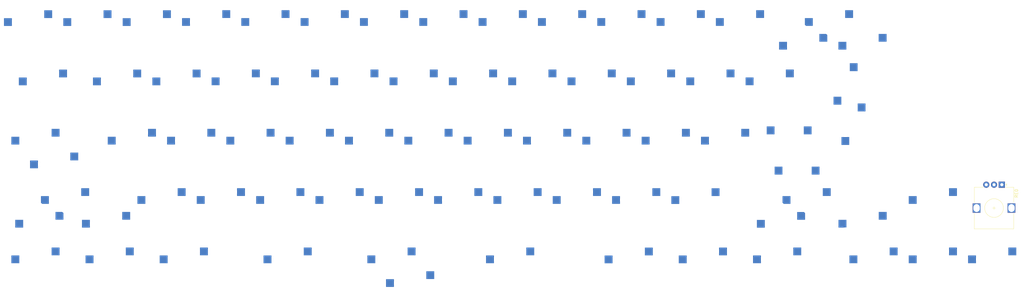
<source format=kicad_pcb>
(kicad_pcb (version 20211014) (generator pcbnew)
  (title_block (title "dynamis") (rev "v2.0.0"))
  (layers (0 "F.Cu" signal) (31 "B.Cu" signal) (34 "B.Paste" user) (35 "F.Paste" user) (36 "B.SilkS" user "B.Silkscreen") (37 "F.SilkS" user "F.Silkscreen") (38 "B.Mask" user) (39 "F.Mask" user) (44 "Edge.Cuts" user))
  (net 0 "")
  (net 1 "GND")
  (net 2 "Net-(D00_00-Pad2)")
  (net 3 "Net-(D00_01-Pad2)")
  (net 4 "Net-(D00_02-Pad2)")
  (net 5 "Net-(D00_03-Pad2)")
  (net 6 "Net-(D00_04-Pad2)")
  (net 7 "Net-(D00_05-Pad2)")
  (net 8 "Net-(D00_06-Pad2)")
  (net 9 "Net-(D01_00-Pad2)")
  (net 10 "Net-(D01_01-Pad2)")
  (net 11 "Net-(D01_02-Pad2)")
  (net 12 "Net-(D01_03-Pad2)")
  (net 13 "Net-(D01_04-Pad2)")
  (net 14 "Net-(D01_05-Pad2)")
  (net 15 "Net-(D01_06-Pad2)")
  (net 16 "Net-(D02_00-Pad2)")
  (net 17 "Net-(D02_01-Pad2)")
  (net 18 "Net-(D02_02-Pad2)")
  (net 19 "Net-(D02_03-Pad2)")
  (net 20 "Net-(D02_04-Pad2)")
  (net 21 "Net-(D02_05-Pad2)")
  (net 22 "Net-(D02_06-Pad2)")
  (net 23 "Net-(D03_00-Pad2)")
  (net 24 "Net-(D03_01-Pad2)")
  (net 25 "Net-(D03_02-Pad2)")
  (net 26 "Net-(D03_03-Pad2)")
  (net 27 "Net-(D03_04-Pad2)")
  (net 28 "Net-(D03_05-Pad2)")
  (net 29 "Net-(D03_06-Pad2)")
  (net 30 "Net-(D04_00-Pad2)")
  (net 31 "Net-(D04_01-Pad2)")
  (net 32 "Net-(D04_02-Pad2)")
  (net 33 "Net-(D04_03-Pad2)")
  (net 34 "Net-(D04_04-Pad2)")
  (net 35 "Net-(D04_05-Pad2)")
  (net 36 "Net-(D04_06-Pad2)")
  (net 37 "Net-(D05_00-Pad2)")
  (net 38 "Net-(D05_01-Pad2)")
  (net 39 "Net-(D05_02-Pad2)")
  (net 40 "Net-(D05_03-Pad2)")
  (net 41 "Net-(D05_04-Pad2)")
  (net 42 "Net-(D05_05-Pad2)")
  (net 43 "Net-(D05_06-Pad2)")
  (net 44 "Net-(D06_00-Pad2)")
  (net 45 "Net-(D06_01-Pad2)")
  (net 46 "Net-(D06_02-Pad2)")
  (net 47 "Net-(D06_03-Pad2)")
  (net 48 "Net-(D06_04-Pad2)")
  (net 49 "Net-(D06_05-Pad2)")
  (net 50 "Net-(D06_06-Pad2)")
  (net 51 "Net-(D07_00-Pad2)")
  (net 52 "Net-(D07_01-Pad2)")
  (net 53 "Net-(D07_02-Pad2)")
  (net 54 "Net-(D07_03-Pad2)")
  (net 55 "Net-(D07_04-Pad2)")
  (net 56 "Net-(D07_05-Pad2)")
  (net 57 "Net-(D07_06-Pad2)")
  (net 58 "Net-(D08_00-Pad2)")
  (net 59 "Net-(D08_01-Pad2)")
  (net 60 "Net-(D08_02-Pad2)")
  (net 61 "Net-(D08_03-Pad2)")
  (net 62 "Net-(D08_04-Pad2)")
  (net 63 "Net-(D08_05-Pad2)")
  (net 64 "Net-(D08_06-Pad2)")
  (net 65 "Net-(D09_00-Pad2)")
  (net 66 "Net-(D09_01-Pad2)")
  (net 67 "Net-(D09_02-Pad2)")
  (net 68 "Net-(D09_03-Pad2)")
  (net 69 "Net-(D09_04-Pad2)")
  (net 70 "Net-(D09_05-Pad2)")
  (net 71 "Net-(D09_06-Pad2)")
  (net 72 "RE_A")
  (net 73 "RE_B")
  (net 74 "col00")
  (net 75 "col01")
  (net 76 "col02")
  (net 77 "col03")
  (net 78 "col04")
  (net 79 "col05")
  (net 80 "col06")
  (footprint "MX_Only:MXOnly-1U-Hotswap" (layer "F.Cu") (at 414.775 171.4 180)
    (fp_text reference "SW09_00")
    (fp_text value "SW_Push")
    (pad "" np_thru_hole circle locked (at 2.54 -5.08 180) (size 3 3) (drill 3) (layers *.Cu *.Mask))
    (pad "" np_thru_hole circle locked (at 0 0 180) (size 3.9878 3.9878) (drill 3.9878) (layers *.Cu *.Mask))
    (pad "" np_thru_hole circle locked (at 5.08 0 228.0996) (size 1.75 1.75) (drill 1.75) (layers *.Cu *.Mask))
    (pad "" np_thru_hole circle locked (at -3.81 -2.54 180) (size 3 3) (drill 3) (layers *.Cu *.Mask))
    (pad "" np_thru_hole circle locked (at -5.08 0 228.0996) (size 1.75 1.75) (drill 1.75) (layers *.Cu *.Mask))
    (pad "1" smd rect locked (at -7.085 -2.54 180) (size 2.55 2.5) (layers "B.Cu" "B.Paste" "B.Mask") (net 74 "col00"))
    (pad "2" smd rect locked (at 5.842 -5.08 180) (size 2.55 2.5) (layers "B.Cu" "B.Paste" "B.Mask") (net 65 "Net-(D09_00-Pad2)"))
  )
  (footprint "MX_Only:MXOnly-1U-Hotswap" (layer "F.Cu") (at 190.95 228.55)
    (fp_text reference "SW03_02")
    (fp_text value "SW_Push")
    (pad "" np_thru_hole circle locked (at -5.08 0 48.0996) (size 1.75 1.75) (drill 1.75) (layers *.Cu *.Mask))
    (pad "" np_thru_hole circle locked (at -3.81 -2.54) (size 3 3) (drill 3) (layers *.Cu *.Mask))
    (pad "" np_thru_hole circle locked (at 5.08 0 48.0996) (size 1.75 1.75) (drill 1.75) (layers *.Cu *.Mask))
    (pad "" np_thru_hole circle locked (at 0 0) (size 3.9878 3.9878) (drill 3.9878) (layers *.Cu *.Mask))
    (pad "" np_thru_hole circle locked (at 2.54 -5.08) (size 3 3) (drill 3) (layers *.Cu *.Mask))
    (pad "1" smd rect locked (at -7.085 -2.54) (size 2.55 2.5) (layers "B.Cu" "B.Paste" "B.Mask") (net 76 "col02"))
    (pad "2" smd rect locked (at 5.842 -5.08) (size 2.55 2.5) (layers "B.Cu" "B.Paste" "B.Mask") (net 25 "Net-(D03_02-Pad2)"))
  )
  (footprint "MX_Only:MXOnly-1.25U-Hotswap" (layer "F.Cu") (at 150.475 228.55 180)
    (fp_text reference "SW03_00")
    (fp_text value "SW_Push")
    (pad "" np_thru_hole circle locked (at 2.54 -5.08 180) (size 3 3) (drill 3) (layers *.Cu *.Mask))
    (pad "" np_thru_hole circle locked (at -5.08 0 228.0996) (size 1.75 1.75) (drill 1.75) (layers *.Cu *.Mask))
    (pad "" np_thru_hole circle locked (at 5.08 0 228.0996) (size 1.75 1.75) (drill 1.75) (layers *.Cu *.Mask))
    (pad "" np_thru_hole circle locked (at 0 0 180) (size 3.9878 3.9878) (drill 3.9878) (layers *.Cu *.Mask))
    (pad "" np_thru_hole circle locked (at -3.81 -2.54 180) (size 3 3) (drill 3) (layers *.Cu *.Mask))
    (pad "1" smd rect locked (at -7.085 -2.54 180) (size 2.55 2.5) (layers "B.Cu" "B.Paste" "B.Mask") (net 74 "col00"))
    (pad "2" smd rect locked (at 5.842 -5.08 180) (size 2.55 2.5) (layers "B.Cu" "B.Paste" "B.Mask") (net 23 "Net-(D03_00-Pad2)"))
  )
  (footprint "MX_Only:MXOnly-1U-Hotswap" (layer "F.Cu") (at 214.775 190.45)
    (fp_text reference "SW01_03")
    (fp_text value "SW_Push")
    (pad "" np_thru_hole circle locked (at 0 0) (size 3.9878 3.9878) (drill 3.9878) (layers *.Cu *.Mask))
    (pad "" np_thru_hole circle locked (at 2.54 -5.08) (size 3 3) (drill 3) (layers *.Cu *.Mask))
    (pad "" np_thru_hole circle locked (at 5.08 0 48.0996) (size 1.75 1.75) (drill 1.75) (layers *.Cu *.Mask))
    (pad "" np_thru_hole circle locked (at -3.81 -2.54) (size 3 3) (drill 3) (layers *.Cu *.Mask))
    (pad "" np_thru_hole circle locked (at -5.08 0 48.0996) (size 1.75 1.75) (drill 1.75) (layers *.Cu *.Mask))
    (pad "1" smd rect locked (at -7.085 -2.54) (size 2.55 2.5) (layers "B.Cu" "B.Paste" "B.Mask") (net 77 "col03"))
    (pad "2" smd rect locked (at 5.842 -5.08) (size 2.55 2.5) (layers "B.Cu" "B.Paste" "B.Mask") (net 12 "Net-(D01_03-Pad2)"))
  )
  (footprint "MX_Only:MXOnly-1U-Hotswap" (layer "F.Cu") (at 352.85 209.5)
    (fp_text reference "SW07_03")
    (fp_text value "SW_Push")
    (pad "" np_thru_hole circle locked (at -5.08 0 48.0996) (size 1.75 1.75) (drill 1.75) (layers *.Cu *.Mask))
    (pad "" np_thru_hole circle locked (at 5.08 0 48.0996) (size 1.75 1.75) (drill 1.75) (layers *.Cu *.Mask))
    (pad "" np_thru_hole circle locked (at -3.81 -2.54) (size 3 3) (drill 3) (layers *.Cu *.Mask))
    (pad "" np_thru_hole circle locked (at 0 0) (size 3.9878 3.9878) (drill 3.9878) (layers *.Cu *.Mask))
    (pad "" np_thru_hole circle locked (at 2.54 -5.08) (size 3 3) (drill 3) (layers *.Cu *.Mask))
    (pad "1" smd rect locked (at -7.085 -2.54) (size 2.55 2.5) (layers "B.Cu" "B.Paste" "B.Mask") (net 77 "col03"))
    (pad "2" smd rect locked (at 5.842 -5.08) (size 2.55 2.5) (layers "B.Cu" "B.Paste" "B.Mask") (net 54 "Net-(D07_03-Pad2)"))
  )
  (footprint "MX_Only:MXOnly-1U-Hotswap" (layer "F.Cu") (at 419.55 247.6)
    (fp_text reference "SW09_04")
    (fp_text value "SW_Push")
    (pad "" np_thru_hole circle locked (at 5.08 0 48.0996) (size 1.75 1.75) (drill 1.75) (layers *.Cu *.Mask))
    (pad "" np_thru_hole circle locked (at 2.54 -5.08) (size 3 3) (drill 3) (layers *.Cu *.Mask))
    (pad "" np_thru_hole circle locked (at -3.81 -2.54) (size 3 3) (drill 3) (layers *.Cu *.Mask))
    (pad "" np_thru_hole circle locked (at -5.08 0 48.0996) (size 1.75 1.75) (drill 1.75) (layers *.Cu *.Mask))
    (pad "" np_thru_hole circle locked (at 0 0) (size 3.9878 3.9878) (drill 3.9878) (layers *.Cu *.Mask))
    (pad "1" smd rect locked (at -7.085 -2.54) (size 2.55 2.5) (layers "B.Cu" "B.Paste" "B.Mask") (net 78 "col04"))
    (pad "2" smd rect locked (at 5.842 -5.08) (size 2.55 2.5) (layers "B.Cu" "B.Paste" "B.Mask") (net 69 "Net-(D09_04-Pad2)"))
  )
  (footprint "MX_Only:MXOnly-1U-Hotswap" (layer "F.Cu") (at 257.6 209.5)
    (fp_text reference "SW02_05")
    (fp_text value "SW_Push")
    (pad "" np_thru_hole circle locked (at 5.08 0 48.0996) (size 1.75 1.75) (drill 1.75) (layers *.Cu *.Mask))
    (pad "" np_thru_hole circle locked (at 2.54 -5.08) (size 3 3) (drill 3) (layers *.Cu *.Mask))
    (pad "" np_thru_hole circle locked (at -5.08 0 48.0996) (size 1.75 1.75) (drill 1.75) (layers *.Cu *.Mask))
    (pad "" np_thru_hole circle locked (at 0 0) (size 3.9878 3.9878) (drill 3.9878) (layers *.Cu *.Mask))
    (pad "" np_thru_hole circle locked (at -3.81 -2.54) (size 3 3) (drill 3) (layers *.Cu *.Mask))
    (pad "1" smd rect locked (at -7.085 -2.54) (size 2.55 2.5) (layers "B.Cu" "B.Paste" "B.Mask") (net 79 "col05"))
    (pad "2" smd rect locked (at 5.842 -5.08) (size 2.55 2.5) (layers "B.Cu" "B.Paste" "B.Mask") (net 21 "Net-(D02_05-Pad2)"))
  )
  (footprint "MX_Only:MXOnly-1U-Hotswap" (layer "F.Cu") (at 338.6 171.4)
    (fp_text reference "SW05_03")
    (fp_text value "SW_Push")
    (pad "" np_thru_hole circle locked (at -3.81 -2.54) (size 3 3) (drill 3) (layers *.Cu *.Mask))
    (pad "" np_thru_hole circle locked (at 0 0) (size 3.9878 3.9878) (drill 3.9878) (layers *.Cu *.Mask))
    (pad "" np_thru_hole circle locked (at 2.54 -5.08) (size 3 3) (drill 3) (layers *.Cu *.Mask))
    (pad "" np_thru_hole circle locked (at 5.08 0 48.0996) (size 1.75 1.75) (drill 1.75) (layers *.Cu *.Mask))
    (pad "" np_thru_hole circle locked (at -5.08 0 48.0996) (size 1.75 1.75) (drill 1.75) (layers *.Cu *.Mask))
    (pad "1" smd rect locked (at -7.085 -2.54) (size 2.55 2.5) (layers "B.Cu" "B.Paste" "B.Mask") (net 77 "col03"))
    (pad "2" smd rect locked (at 5.842 -5.08) (size 2.55 2.5) (layers "B.Cu" "B.Paste" "B.Mask") (net 40 "Net-(D05_03-Pad2)"))
  )
  (footprint "MX_Only:MXOnly-1U-Hotswap" (layer "F.Cu") (at 390.975 209.5 90)
    (fp_text reference "SW07_01")
    (fp_text value "SW_Push")
    (pad "" np_thru_hole circle locked (at -5.08 0 138.0996) (size 1.75 1.75) (drill 1.75) (layers *.Cu *.Mask))
    (pad "" np_thru_hole circle locked (at 2.54 -5.08 90) (size 3 3) (drill 3) (layers *.Cu *.Mask))
    (pad "" np_thru_hole circle locked (at 5.08 0 138.0996) (size 1.75 1.75) (drill 1.75) (layers *.Cu *.Mask))
    (pad "" np_thru_hole circle locked (at 0 0 90) (size 3.9878 3.9878) (drill 3.9878) (layers *.Cu *.Mask))
    (pad "" np_thru_hole circle locked (at -3.81 -2.54 90) (size 3 3) (drill 3) (layers *.Cu *.Mask))
    (pad "1" smd rect locked (at -7.085 -2.54 90) (size 2.55 2.5) (layers "B.Cu" "B.Paste" "B.Mask") (net 75 "col01"))
    (pad "2" smd rect locked (at 5.842 -5.08 90) (size 2.55 2.5) (layers "B.Cu" "B.Paste" "B.Mask") (net 52 "Net-(D07_01-Pad2)"))
  )
  (footprint "MX_Only:MXOnly-2.75U-Hotswap" (layer "F.Cu") (at 398.075 228.55)
    (fp_text reference "SWRS_L01")
    (fp_text value "SW_Push")
    (pad "" np_thru_hole circle locked (at -11.938 -6.985) (size 3.048 3.048) (drill 3.048) (layers *.Cu *.Mask))
    (pad "" np_thru_hole circle locked (at -5.08 0 48.0996) (size 1.75 1.75) (drill 1.75) (layers *.Cu *.Mask))
    (pad "" np_thru_hole circle locked (at -11.938 8.255) (size 3.9878 3.9878) (drill 3.9878) (layers *.Cu *.Mask))
    (pad "" np_thru_hole circle locked (at 2.54 -5.08) (size 3 3) (drill 3) (layers *.Cu *.Mask))
    (pad "" np_thru_hole circle locked (at 11.938 8.255) (size 3.9878 3.9878) (drill 3.9878) (layers *.Cu *.Mask))
    (pad "" np_thru_hole circle locked (at -3.81 -2.54) (size 3 3) (drill 3) (layers *.Cu *.Mask))
    (pad "" np_thru_hole circle locked (at 11.938 -6.985) (size 3.048 3.048) (drill 3.048) (layers *.Cu *.Mask))
    (pad "" np_thru_hole circle locked (at 0 0) (size 3.9878 3.9878) (drill 3.9878) (layers *.Cu *.Mask))
    (pad "" np_thru_hole circle locked (at 5.08 0 48.0996) (size 1.75 1.75) (drill 1.75) (layers *.Cu *.Mask))
    (pad "1" smd rect locked (at -7.085 -2.54) (size 2.55 2.5) (layers "B.Cu" "B.Paste" "B.Mask") (net 75 "col01"))
    (pad "2" smd rect locked (at 5.842 -5.08) (size 2.55 2.5) (layers "B.Cu" "B.Paste" "B.Mask") (net 59 "Net-(D08_01-Pad2)"))
  )
  (footprint "MX_Only:MXOnly-1U-Hotswap" (layer "F.Cu") (at 376.675 171.4)
    (fp_text reference "SW05_01")
    (fp_text value "SW_Push")
    (pad "" np_thru_hole circle locked (at 5.08 0 48.0996) (size 1.75 1.75) (drill 1.75) (layers *.Cu *.Mask))
    (pad "" np_thru_hole circle locked (at 0 0) (size 3.9878 3.9878) (drill 3.9878) (layers *.Cu *.Mask))
    (pad "" np_thru_hole circle locked (at -3.81 -2.54) (size 3 3) (drill 3) (layers *.Cu *.Mask))
    (pad "" np_thru_hole circle locked (at -5.08 0 48.0996) (size 1.75 1.75) (drill 1.75) (layers *.Cu *.Mask))
    (pad "" np_thru_hole circle locked (at 2.54 -5.08) (size 3 3) (drill 3) (layers *.Cu *.Mask))
    (pad "1" smd rect locked (at -7.085 -2.54) (size 2.55 2.5) (layers "B.Cu" "B.Paste" "B.Mask") (net 75 "col01"))
    (pad "2" smd rect locked (at 5.842 -5.08) (size 2.55 2.5) (layers "B.Cu" "B.Paste" "B.Mask") (net 38 "Net-(D05_01-Pad2)"))
  )
  (footprint "MX_Only:MXOnly-2.25U-Hotswap" (layer "F.Cu") (at 159.975 228.55)
    (fp_text reference "SWLS_L01")
    (fp_text value "SW_Push")
    (pad "" np_thru_hole circle locked (at 2.54 -5.08) (size 3 3) (drill 3) (layers *.Cu *.Mask))
    (pad "" np_thru_hole circle locked (at 11.938 8.255) (size 3.9878 3.9878) (drill 3.9878) (layers *.Cu *.Mask))
    (pad "" np_thru_hole circle locked (at 5.08 0 48.0996) (size 1.75 1.75) (drill 1.75) (layers *.Cu *.Mask))
    (pad "" np_thru_hole circle locked (at -3.81 -2.54) (size 3 3) (drill 3) (layers *.Cu *.Mask))
    (pad "" np_thru_hole circle locked (at -5.08 0 48.0996) (size 1.75 1.75) (drill 1.75) (layers *.Cu *.Mask))
    (pad "" np_thru_hole circle locked (at 0 0) (size 3.9878 3.9878) (drill 3.9878) (layers *.Cu *.Mask))
    (pad "" np_thru_hole circle locked (at -11.938 8.255) (size 3.9878 3.9878) (drill 3.9878) (layers *.Cu *.Mask))
    (pad "" np_thru_hole circle locked (at 11.938 -6.985) (size 3.048 3.048) (drill 3.048) (layers *.Cu *.Mask))
    (pad "" np_thru_hole circle locked (at -11.938 -6.985) (size 3.048 3.048) (drill 3.048) (layers *.Cu *.Mask))
    (pad "1" smd rect locked (at -7.085 -2.54) (size 2.55 2.5) (layers "B.Cu" "B.Paste" "B.Mask") (net 75 "col01"))
    (pad "2" smd rect locked (at 5.842 -5.08) (size 2.55 2.5) (layers "B.Cu" "B.Paste" "B.Mask") (net 24 "Net-(D03_01-Pad2)"))
  )
  (footprint "MX_Only:MXOnly-1U-Hotswap" (layer "F.Cu") (at 276.65 209.5)
    (fp_text reference "SW02_06")
    (fp_text value "SW_Push")
    (pad "" np_thru_hole circle locked (at -3.81 -2.54) (size 3 3) (drill 3) (layers *.Cu *.Mask))
    (pad "" np_thru_hole circle locked (at -5.08 0 48.0996) (size 1.75 1.75) (drill 1.75) (layers *.Cu *.Mask))
    (pad "" np_thru_hole circle locked (at 0 0) (size 3.9878 3.9878) (drill 3.9878) (layers *.Cu *.Mask))
    (pad "" np_thru_hole circle locked (at 2.54 -5.08) (size 3 3) (drill 3) (layers *.Cu *.Mask))
    (pad "" np_thru_hole circle locked (at 5.08 0 48.0996) (size 1.75 1.75) (drill 1.75) (layers *.Cu *.Mask))
    (pad "1" smd rect locked (at -7.085 -2.54) (size 2.55 2.5) (layers "B.Cu" "B.Paste" "B.Mask") (net 80 "col06"))
    (pad "2" smd rect locked (at 5.842 -5.08) (size 2.55 2.5) (layers "B.Cu" "B.Paste" "B.Mask") (net 22 "Net-(D02_06-Pad2)"))
  )
  (footprint "MX_Only:MXOnly-1.25U-Hotswap" (layer "F.Cu") (at 388.6 247.6)
    (fp_text reference "SW09_05")
    (fp_text value "SW_Push")
    (pad "" np_thru_hole circle locked (at -3.81 -2.54) (size 3 3) (drill 3) (layers *.Cu *.Mask))
    (pad "" np_thru_hole circle locked (at 2.54 -5.08) (size 3 3) (drill 3) (layers *.Cu *.Mask))
    (pad "" np_thru_hole circle locked (at 5.08 0 48.0996) (size 1.75 1.75) (drill 1.75) (layers *.Cu *.Mask))
    (pad "" np_thru_hole circle locked (at 0 0) (size 3.9878 3.9878) (drill 3.9878) (layers *.Cu *.Mask))
    (pad "" np_thru_hole circle locked (at -5.08 0 48.0996) (size 1.75 1.75) (drill 1.75) (layers *.Cu *.Mask))
    (pad "1" smd rect locked (at -7.085 -2.54) (size 2.55 2.5) (layers "B.Cu" "B.Paste" "B.Mask") (net 79 "col05"))
    (pad "2" smd rect locked (at 5.842 -5.08) (size 2.55 2.5) (layers "B.Cu" "B.Paste" "B.Mask") (net 70 "Net-(D09_05-Pad2)"))
  )
  (footprint "MX_Only:MXOnly-6.25U-Hotswap" (layer "F.Cu") (at 269.525 247.59945 180)
    (fp_text reference "SWSP_L04")
    (fp_text value "SW_Push")
    (pad "" np_thru_hole circle locked (at 2.54 -5.08 180) (size 3 3) (drill 3) (layers *.Cu *.Mask))
    (pad "" np_thru_hole circle locked (at 49.9999 8.255 180) (size 3.9878 3.9878) (drill 3.9878) (layers *.Cu *.Mask))
    (pad "" np_thru_hole circle locked (at 0 0 180) (size 3.9878 3.9878) (drill 3.9878) (layers *.Cu *.Mask))
    (pad "" np_thru_hole circle locked (at -49.9999 -6.985 180) (size 3.048 3.048) (drill 3.048) (layers *.Cu *.Mask))
    (pad "" np_thru_hole circle locked (at -49.9999 8.255 180) (size 3.9878 3.9878) (drill 3.9878) (layers *.Cu *.Mask))
    (pad "" np_thru_hole circle locked (at 49.9999 -6.985 180) (size 3.048 3.048) (drill 3.048) (layers *.Cu *.Mask))
    (pad "" np_thru_hole circle locked (at -5.08 0 228.0996) (size 1.75 1.75) (drill 1.75) (layers *.Cu *.Mask))
    (pad "" np_thru_hole circle locked (at -3.81 -2.54 180) (size 3 3) (drill 3) (layers *.Cu *.Mask))
    (pad "" np_thru_hole circle locked (at 5.08 0 228.0996) (size 1.75 1.75) (drill 1.75) (layers *.Cu *.Mask))
    (pad "1" smd rect locked (at -7.085 -2.54 180) (size 2.55 2.5) (layers "B.Cu" "B.Paste" "B.Mask") (net 78 "col04"))
    (pad "2" smd rect locked (at 5.842 -5.08 180) (size 2.55 2.5) (layers "B.Cu" "B.Paste" "B.Mask") (net 34 "Net-(D04_04-Pad2)"))
  )
  (footprint "MX_Only:MXOnly-1U-Hotswap" (layer "F.Cu") (at 329.05 190.45)
    (fp_text reference "SW06_04")
    (fp_text value "SW_Push")
    (pad "" np_thru_hole circle locked (at -5.08 0 48.0996) (size 1.75 1.75) (drill 1.75) (layers *.Cu *.Mask))
    (pad "" np_thru_hole circle locked (at 0 0) (size 3.9878 3.9878) (drill 3.9878) (layers *.Cu *.Mask))
    (pad "" np_thru_hole circle locked (at 2.54 -5.08) (size 3 3) (drill 3) (layers *.Cu *.Mask))
    (pad "" np_thru_hole circle locked (at 5.08 0 48.0996) (size 1.75 1.75) (drill 1.75) (layers *.Cu *.Mask))
    (pad "" np_thru_hole circle locked (at -3.81 -2.54) (size 3 3) (drill 3) (layers *.Cu *.Mask))
    (pad "1" smd rect locked (at -7.085 -2.54) (size 2.55 2.5) (layers "B.Cu" "B.Paste" "B.Mask") (net 78 "col04"))
    (pad "2" smd rect locked (at 5.842 -5.08) (size 2.55 2.5) (layers "B.Cu" "B.Paste" "B.Mask") (net 48 "Net-(D06_04-Pad2)"))
  )
  (footprint "MX_Only:MXOnly-1U-Hotswap" (layer "F.Cu") (at 219.5 209.5)
    (fp_text reference "SW02_03")
    (fp_text value "SW_Push")
    (pad "" np_thru_hole circle locked (at 2.54 -5.08) (size 3 3) (drill 3) (layers *.Cu *.Mask))
    (pad "" np_thru_hole circle locked (at 0 0) (size 3.9878 3.9878) (drill 3.9878) (layers *.Cu *.Mask))
    (pad "" np_thru_hole circle locked (at 5.08 0 48.0996) (size 1.75 1.75) (drill 1.75) (layers *.Cu *.Mask))
    (pad "" np_thru_hole circle locked (at -5.08 0 48.0996) (size 1.75 1.75) (drill 1.75) (layers *.Cu *.Mask))
    (pad "" np_thru_hole circle locked (at -3.81 -2.54) (size 3 3) (drill 3) (layers *.Cu *.Mask))
    (pad "1" smd rect locked (at -7.085 -2.54) (size 2.55 2.5) (layers "B.Cu" "B.Paste" "B.Mask") (net 77 "col03"))
    (pad "2" smd rect locked (at 5.842 -5.08) (size 2.55 2.5) (layers "B.Cu" "B.Paste" "B.Mask") (net 19 "Net-(D02_03-Pad2)"))
  )
  (footprint "MX_Only:MXOnly-1U-Hotswap" (layer "F.Cu") (at 171.9 228.55 180)
    (fp_text reference "SWLS_S01")
    (fp_text value "SW_Push")
    (pad "" np_thru_hole circle locked (at 0 0 180) (size 3.9878 3.9878) (drill 3.9878) (layers *.Cu *.Mask))
    (pad "" np_thru_hole circle locked (at 2.54 -5.08 180) (size 3 3) (drill 3) (layers *.Cu *.Mask))
    (pad "" np_thru_hole circle locked (at 5.08 0 228.0996) (size 1.75 1.75) (drill 1.75) (layers *.Cu *.Mask))
    (pad "" np_thru_hole circle locked (at -3.81 -2.54 180) (size 3 3) (drill 3) (layers *.Cu *.Mask))
    (pad "" np_thru_hole circle locked (at -5.08 0 228.0996) (size 1.75 1.75) (drill 1.75) (layers *.Cu *.Mask))
    (pad "1" smd rect locked (at -7.085 -2.54 180) (size 2.55 2.5) (layers "B.Cu" "B.Paste" "B.Mask") (net 75 "col01"))
    (pad "2" smd rect locked (at 5.842 -5.08 180) (size 2.55 2.5) (layers "B.Cu" "B.Paste" "B.Mask") (net 24 "Net-(D03_01-Pad2)"))
  )
  (footprint "MX_Only:MXOnly-1.25U-Hotswap" (layer "F.Cu") (at 264.775 247.6)
    (fp_text reference "SWSP_S04")
    (fp_text value "SW_Push")
    (pad "" np_thru_hole circle locked (at -3.81 -2.54) (size 3 3) (drill 3) (layers *.Cu *.Mask))
    (pad "" np_thru_hole circle locked (at 2.54 -5.08) (size 3 3) (drill 3) (layers *.Cu *.Mask))
    (pad "" np_thru_hole circle locked (at 5.08 0 48.0996) (size 1.75 1.75) (drill 1.75) (layers *.Cu *.Mask))
    (pad "" np_thru_hole circle locked (at 0 0) (size 3.9878 3.9878) (drill 3.9878) (layers *.Cu *.Mask))
    (pad "" np_thru_hole circle locked (at -5.08 0 48.0996) (size 1.75 1.75) (drill 1.75) (layers *.Cu *.Mask))
    (pad "1" smd rect locked (at -7.085 -2.54) (size 2.55 2.5) (layers "B.Cu" "B.Paste" "B.Mask") (net 78 "col04"))
    (pad "2" smd rect locked (at 5.842 -5.08) (size 2.55 2.5) (layers "B.Cu" "B.Paste" "B.Mask") (net 34 "Net-(D04_04-Pad2)"))
  )
  (footprint "MX_Only:MXOnly-1U-Hotswap" (layer "F.Cu") (at 224.3 171.4)
    (fp_text reference "SW00_04")
    (fp_text value "SW_Push")
    (pad "" np_thru_hole circle locked (at -5.08 0 48.0996) (size 1.75 1.75) (drill 1.75) (layers *.Cu *.Mask))
    (pad "" np_thru_hole circle locked (at 2.54 -5.08) (size 3 3) (drill 3) (layers *.Cu *.Mask))
    (pad "" np_thru_hole circle locked (at 0 0) (size 3.9878 3.9878) (drill 3.9878) (layers *.Cu *.Mask))
    (pad "" np_thru_hole circle locked (at -3.81 -2.54) (size 3 3) (drill 3) (layers *.Cu *.Mask))
    (pad "" np_thru_hole circle locked (at 5.08 0 48.0996) (size 1.75 1.75) (drill 1.75) (layers *.Cu *.Mask))
    (pad "1" smd rect locked (at -7.085 -2.54) (size 2.55 2.5) (layers "B.Cu" "B.Paste" "B.Mask") (net 78 "col04"))
    (pad "2" smd rect locked (at 5.842 -5.08) (size 2.55 2.5) (layers "B.Cu" "B.Paste" "B.Mask") (net 6 "Net-(D00_04-Pad2)"))
  )
  (footprint "MX_Only:MXOnly-1U-Hotswap" (layer "F.Cu") (at 233.8 190.45)
    (fp_text reference "SW01_04")
    (fp_text value "SW_Push")
    (pad "" np_thru_hole circle locked (at 0 0) (size 3.9878 3.9878) (drill 3.9878) (layers *.Cu *.Mask))
    (pad "" np_thru_hole circle locked (at 2.54 -5.08) (size 3 3) (drill 3) (layers *.Cu *.Mask))
    (pad "" np_thru_hole circle locked (at -5.08 0 48.0996) (size 1.75 1.75) (drill 1.75) (layers *.Cu *.Mask))
    (pad "" np_thru_hole circle locked (at -3.81 -2.54) (size 3 3) (drill 3) (layers *.Cu *.Mask))
    (pad "" np_thru_hole circle locked (at 5.08 0 48.0996) (size 1.75 1.75) (drill 1.75) (layers *.Cu *.Mask))
    (pad "1" smd rect locked (at -7.085 -2.54) (size 2.55 2.5) (layers "B.Cu" "B.Paste" "B.Mask") (net 78 "col04"))
    (pad "2" smd rect locked (at 5.842 -5.08) (size 2.55 2.5) (layers "B.Cu" "B.Paste" "B.Mask") (net 13 "Net-(D01_04-Pad2)"))
  )
  (footprint "MX_Only:MXOnly-1U-Hotswap" (layer "F.Cu") (at 367.175 190.45)
    (fp_text reference "SW06_02")
    (fp_text value "SW_Push")
    (pad "" np_thru_hole circle locked (at 5.08 0 48.0996) (size 1.75 1.75) (drill 1.75) (layers *.Cu *.Mask))
    (pad "" np_thru_hole circle locked (at -5.08 0 48.0996) (size 1.75 1.75) (drill 1.75) (layers *.Cu *.Mask))
    (pad "" np_thru_hole circle locked (at 2.54 -5.08) (size 3 3) (drill 3) (layers *.Cu *.Mask))
    (pad "" np_thru_hole circle locked (at 0 0) (size 3.9878 3.9878) (drill 3.9878) (layers *.Cu *.Mask))
    (pad "" np_thru_hole circle locked (at -3.81 -2.54) (size 3 3) (drill 3) (layers *.Cu *.Mask))
    (pad "1" smd rect locked (at -7.085 -2.54) (size 2.55 2.5) (layers "B.Cu" "B.Paste" "B.Mask") (net 76 "col02"))
    (pad "2" smd rect locked (at 5.842 -5.08) (size 2.55 2.5) (layers "B.Cu" "B.Paste" "B.Mask") (net 46 "Net-(D06_02-Pad2)"))
  )
  (footprint "MX_Only:MXOnly-1U-Hotswap" (layer "F.Cu") (at 438.6 247.6)
    (fp_text reference "SW09_03")
    (fp_text value "SW_Push")
    (pad "" np_thru_hole circle locked (at 2.54 -5.08) (size 3 3) (drill 3) (layers *.Cu *.Mask))
    (pad "" np_thru_hole circle locked (at -5.08 0 48.0996) (size 1.75 1.75) (drill 1.75) (layers *.Cu *.Mask))
    (pad "" np_thru_hole circle locked (at 5.08 0 48.0996) (size 1.75 1.75) (drill 1.75) (layers *.Cu *.Mask))
    (pad "" np_thru_hole circle locked (at 0 0) (size 3.9878 3.9878) (drill 3.9878) (layers *.Cu *.Mask))
    (pad "" np_thru_hole circle locked (at -3.81 -2.54) (size 3 3) (drill 3) (layers *.Cu *.Mask))
    (pad "1" smd rect locked (at -7.085 -2.54) (size 2.55 2.5) (layers "B.Cu" "B.Paste" "B.Mask") (net 77 "col03"))
    (pad "2" smd rect locked (at 5.842 -5.08) (size 2.55 2.5) (layers "B.Cu" "B.Paste" "B.Mask") (net 68 "Net-(D09_03-Pad2)"))
  )
  (footprint "MX_Only:MXOnly-1U-Hotswap" (layer "F.Cu") (at 414.8 228.55 180)
    (fp_text reference "SW08_00")
    (fp_text value "SW_Push")
    (pad "" np_thru_hole circle locked (at 0 0 180) (size 3.9878 3.9878) (drill 3.9878) (layers *.Cu *.Mask))
    (pad "" np_thru_hole circle locked (at -3.81 -2.54 180) (size 3 3) (drill 3) (layers *.Cu *.Mask))
    (pad "" np_thru_hole circle locked (at 2.54 -5.08 180) (size 3 3) (drill 3) (layers *.Cu *.Mask))
    (pad "" np_thru_hole circle locked (at 5.08 0 228.0996) (size 1.75 1.75) (drill 1.75) (layers *.Cu *.Mask))
    (pad "" np_thru_hole circle locked (at -5.08 0 228.0996) (size 1.75 1.75) (drill 1.75) (layers *.Cu *.Mask))
    (pad "1" smd rect locked (at -7.085 -2.54 180) (size 2.55 2.5) (layers "B.Cu" "B.Paste" "B.Mask") (net 74 "col00"))
    (pad "2" smd rect locked (at 5.842 -5.08 180) (size 2.55 2.5) (layers "B.Cu" "B.Paste" "B.Mask") (net 58 "Net-(D08_00-Pad2)"))
  )
  (footprint "MX_Only:MXOnly-1U-Hotswap" (layer "F.Cu") (at 395.725 171.4 180)
    (fp_text reference "SWBS_S00")
    (fp_text value "SW_Push")
    (pad "" np_thru_hole circle locked (at 2.54 -5.08 180) (size 3 3) (drill 3) (layers *.Cu *.Mask))
    (pad "" np_thru_hole circle locked (at -3.81 -2.54 180) (size 3 3) (drill 3) (layers *.Cu *.Mask))
    (pad "" np_thru_hole circle locked (at 5.08 0 228.0996) (size 1.75 1.75) (drill 1.75) (layers *.Cu *.Mask))
    (pad "" np_thru_hole circle locked (at -5.08 0 228.0996) (size 1.75 1.75) (drill 1.75) (layers *.Cu *.Mask))
    (pad "" np_thru_hole circle locked (at 0 0 180) (size 3.9878 3.9878) (drill 3.9878) (layers *.Cu *.Mask))
    (pad "1" smd rect locked (at -7.085 -2.54 180) (size 2.55 2.5) (layers "B.Cu" "B.Paste" "B.Mask") (net 74 "col00"))
    (pad "2" smd rect locked (at 5.842 -5.08 180) (size 2.55 2.5) (layers "B.Cu" "B.Paste" "B.Mask") (net 37 "Net-(D05_00-Pad2)"))
  )
  (footprint "MX_Only:MXOnly-1U-Hotswap" (layer "F.Cu") (at 181.425 209.5)
    (fp_text reference "SW02_01")
    (fp_text value "SW_Push")
    (pad "" np_thru_hole circle locked (at 0 0) (size 3.9878 3.9878) (drill 3.9878) (layers *.Cu *.Mask))
    (pad "" np_thru_hole circle locked (at -3.81 -2.54) (size 3 3) (drill 3) (layers *.Cu *.Mask))
    (pad "" np_thru_hole circle locked (at 5.08 0 48.0996) (size 1.75 1.75) (drill 1.75) (layers *.Cu *.Mask))
    (pad "" np_thru_hole circle locked (at -5.08 0 48.0996) (size 1.75 1.75) (drill 1.75) (layers *.Cu *.Mask))
    (pad "" np_thru_hole circle locked (at 2.54 -5.08) (size 3 3) (drill 3) (layers *.Cu *.Mask))
    (pad "1" smd rect locked (at -7.085 -2.54) (size 2.55 2.5) (layers "B.Cu" "B.Paste" "B.Mask") (net 75 "col01"))
    (pad "2" smd rect locked (at 5.842 -5.08) (size 2.55 2.5) (layers "B.Cu" "B.Paste" "B.Mask") (net 17 "Net-(D02_01-Pad2)"))
  )
  (footprint "MX_Only:MXOnly-1U-Hotswap" (layer "F.Cu") (at 314.75 209.5)
    (fp_text reference "SW07_05")
    (fp_text value "SW_Push")
    (pad "" np_thru_hole circle locked (at 5.08 0 48.0996) (size 1.75 1.75) (drill 1.75) (layers *.Cu *.Mask))
    (pad "" np_thru_hole circle locked (at -5.08 0 48.0996) (size 1.75 1.75) (drill 1.75) (layers *.Cu *.Mask))
    (pad "" np_thru_hole circle locked (at 2.54 -5.08) (size 3 3) (drill 3) (layers *.Cu *.Mask))
    (pad "" np_thru_hole circle locked (at -3.81 -2.54) (size 3 3) (drill 3) (layers *.Cu *.Mask))
    (pad "" np_thru_hole circle locked (at 0 0) (size 3.9878 3.9878) (drill 3.9878) (layers *.Cu *.Mask))
    (pad "1" smd rect locked (at -7.085 -2.54) (size 2.55 2.5) (layers "B.Cu" "B.Paste" "B.Mask") (net 79 "col05"))
    (pad "2" smd rect locked (at 5.842 -5.08) (size 2.55 2.5) (layers "B.Cu" "B.Paste" "B.Mask") (net 56 "Net-(D07_05-Pad2)"))
  )
  (footprint "MX_Only:MXOnly-1U-Hotswap" (layer "F.Cu") (at 186.225 171.425)
    (fp_text reference "SW00_02")
    (fp_text value "SW_Push")
    (pad "" np_thru_hole circle locked (at 0 0) (size 3.9878 3.9878) (drill 3.9878) (layers *.Cu *.Mask))
    (pad "" np_thru_hole circle locked (at -5.08 0 48.0996) (size 1.75 1.75) (drill 1.75) (layers *.Cu *.Mask))
    (pad "" np_thru_hole circle locked (at -3.81 -2.54) (size 3 3) (drill 3) (layers *.Cu *.Mask))
    (pad "" np_thru_hole circle locked (at 2.54 -5.08) (size 3 3) (drill 3) (layers *.Cu *.Mask))
    (pad "" np_thru_hole circle locked (at 5.08 0 48.0996) (size 1.75 1.75) (drill 1.75) (layers *.Cu *.Mask))
    (pad "1" smd rect locked (at -7.085 -2.54) (size 2.55 2.5) (layers "B.Cu" "B.Paste" "B.Mask") (net 76 "col02"))
    (pad "2" smd rect locked (at 5.842 -5.08) (size 2.55 2.5) (layers "B.Cu" "B.Paste" "B.Mask") (net 4 "Net-(D00_02-Pad2)"))
  )
  (footprint "MX_Only:MXOnly-1.5U-Hotswap" (layer "F.Cu") (at 152.875 190.475)
    (fp_text reference "SW01_00")
    (fp_text value "SW_Push")
    (pad "" np_thru_hole circle locked (at -3.81 -2.54) (size 3 3) (drill 3) (layers *.Cu *.Mask))
    (pad "" np_thru_hole circle locked (at 0 0) (size 3.9878 3.9878) (drill 3.9878) (layers *.Cu *.Mask))
    (pad "" np_thru_hole circle locked (at 5.08 0 48.0996) (size 1.75 1.75) (drill 1.75) (layers *.Cu *.Mask))
    (pad "" np_thru_hole circle locked (at 2.54 -5.08) (size 3 3) (drill 3) (layers *.Cu *.Mask))
    (pad "" np_thru_hole circle locked (at -5.08 0 48.0996) (size 1.75 1.75) (drill 1.75) (layers *.Cu *.Mask))
    (pad "1" smd rect locked (at -7.085 -2.54) (size 2.55 2.5) (layers "B.Cu" "B.Paste" "B.Mask") (net 74 "col00"))
    (pad "2" smd rect locked (at 5.842 -5.08) (size 2.55 2.5) (layers "B.Cu" "B.Paste" "B.Mask") (net 9 "Net-(D01_00-Pad2)"))
  )
  (footprint "MX_Only:MXOnly-1U-Hotswap" (layer "F.Cu") (at 386.225 190.45)
    (fp_text reference "SW06_01")
    (fp_text value "SW_Push")
    (pad "" np_thru_hole circle locked (at 5.08 0 48.0996) (size 1.75 1.75) (drill 1.75) (layers *.Cu *.Mask))
    (pad "" np_thru_hole circle locked (at 2.54 -5.08) (size 3 3) (drill 3) (layers *.Cu *.Mask))
    (pad "" np_thru_hole circle locked (at 0 0) (size 3.9878 3.9878) (drill 3.9878) (layers *.Cu *.Mask))
    (pad "" np_thru_hole circle locked (at -3.81 -2.54) (size 3 3) (drill 3) (layers *.Cu *.Mask))
    (pad "" np_thru_hole circle locked (at -5.08 0 48.0996) (size 1.75 1.75) (drill 1.75) (layers *.Cu *.Mask))
    (pad "1" smd rect locked (at -7.085 -2.54) (size 2.55 2.5) (layers "B.Cu" "B.Paste" "B.Mask") (net 75 "col01"))
    (pad "2" smd rect locked (at 5.842 -5.08) (size 2.55 2.5) (layers "B.Cu" "B.Paste" "B.Mask") (net 45 "Net-(D06_01-Pad2)"))
  )
  (footprint "MX_Only:MXOnly-1U-Hotswap" (layer "F.Cu") (at 200.475 209.5)
    (fp_text reference "SW02_02")
    (fp_text value "SW_Push")
    (pad "" np_thru_hole circle locked (at 2.54 -5.08) (size 3 3) (drill 3) (layers *.Cu *.Mask))
    (pad "" np_thru_hole circle locked (at 5.08 0 48.0996) (size 1.75 1.75) (drill 1.75) (layers *.Cu *.Mask))
    (pad "" np_thru_hole circle locked (at -3.81 -2.54) (size 3 3) (drill 3) (layers *.Cu *.Mask))
    (pad "" np_thru_hole circle locked (at 0 0) (size 3.9878 3.9878) (drill 3.9878) (layers *.Cu *.Mask))
    (pad "" np_thru_hole circle locked (at -5.08 0 48.0996) (size 1.75 1.75) (drill 1.75) (layers *.Cu *.Mask))
    (pad "1" smd rect locked (at -7.085 -2.54) (size 2.55 2.5) (layers "B.Cu" "B.Paste" "B.Mask") (net 76 "col02"))
    (pad "2" smd rect locked (at 5.842 -5.08) (size 2.55 2.5) (layers "B.Cu" "B.Paste" "B.Mask") (net 18 "Net-(D02_02-Pad2)"))
  )
  (footprint "MX_Only:MXOnly-1U-Hotswap" (layer "F.Cu") (at 319.55 171.4)
    (fp_text reference "SW05_04")
    (fp_text value "SW_Push")
    (pad "" np_thru_hole circle locked (at -3.81 -2.54) (size 3 3) (drill 3) (layers *.Cu *.Mask))
    (pad "" np_thru_hole circle locked (at 0 0) (size 3.9878 3.9878) (drill 3.9878) (layers *.Cu *.Mask))
    (pad "" np_thru_hole circle locked (at -5.08 0 48.0996) (size 1.75 1.75) (drill 1.75) (layers *.Cu *.Mask))
    (pad "" np_thru_hole circle locked (at 2.54 -5.08) (size 3 3) (drill 3) (layers *.Cu *.Mask))
    (pad "" np_thru_hole circle locked (at 5.08 0 48.0996) (size 1.75 1.75) (drill 1.75) (layers *.Cu *.Mask))
    (pad "1" smd rect locked (at -7.085 -2.54) (size 2.55 2.5) (layers "B.Cu" "B.Paste" "B.Mask") (net 78 "col04"))
    (pad "2" smd rect locked (at 5.842 -5.08) (size 2.55 2.5) (layers "B.Cu" "B.Paste" "B.Mask") (net 41 "Net-(D05_04-Pad2)"))
  )
  (footprint "Rotary_Encoder:RotaryEncoder_Alps_EC12E_Vertical_H20mm" (layer "F.Cu") (at 460.125 221.1 -90)
    (fp_text reference "RE0" (at 2.8 -4.7 90) (layer "F.SilkS"))
    (fp_text value "RotaryEncoder")
    (pad "A" thru_hole rect (at 0 0 270) (size 2 2) (drill 1) (layers *.Cu *.Mask) (net 72 "RE_A"))
    (pad "B" thru_hole circle (at 0 5 270) (size 2 2) (drill 1) (layers *.Cu *.Mask) (net 73 "RE_B"))
    (pad "C" thru_hole circle (at 0 2.5 270) (size 2 2) (drill 1) (layers *.Cu *.Mask) (net 1 "GND"))
    (pad "MP" thru_hole rect (at 7.5 -3.1 270) (size 3 2.5) (drill oval 2.5 2) (layers *.Cu *.Mask))
    (pad "MP" thru_hole rect (at 7.5 8.1 270) (size 3 2.5) (drill oval 2.5 2) (layers *.Cu *.Mask))
  )
  (footprint "MX_Only:MXOnly-1U-Hotswap" (layer "F.Cu") (at 357.65 171.4)
    (fp_text reference "SW05_02")
    (fp_text value "SW_Push")
    (pad "" np_thru_hole circle locked (at 0 0) (size 3.9878 3.9878) (drill 3.9878) (layers *.Cu *.Mask))
    (pad "" np_thru_hole circle locked (at -5.08 0 48.0996) (size 1.75 1.75) (drill 1.75) (layers *.Cu *.Mask))
    (pad "" np_thru_hole circle locked (at 2.54 -5.08) (size 3 3) (drill 3) (layers *.Cu *.Mask))
    (pad "" np_thru_hole circle locked (at -3.81 -2.54) (size 3 3) (drill 3) (layers *.Cu *.Mask))
    (pad "" np_thru_hole circle locked (at 5.08 0 48.0996) (size 1.75 1.75) (drill 1.75) (layers *.Cu *.Mask))
    (pad "1" smd rect locked (at -7.085 -2.54) (size 2.55 2.5) (layers "B.Cu" "B.Paste" "B.Mask") (net 76 "col02"))
    (pad "2" smd rect locked (at 5.842 -5.08) (size 2.55 2.5) (layers "B.Cu" "B.Paste" "B.Mask") (net 39 "Net-(D05_02-Pad2)"))
  )
  (footprint "MX_Only:MXOnly-1.25U-Hotswap" (layer "F.Cu") (at 340.955 247.625)
    (fp_text reference "SW04_06")
    (fp_text value "SW_Push")
    (pad "" np_thru_hole circle locked (at -3.81 -2.54) (size 3 3) (drill 3) (layers *.Cu *.Mask))
    (pad "" np_thru_hole circle locked (at -5.08 0 48.0996) (size 1.75 1.75) (drill 1.75) (layers *.Cu *.Mask))
    (pad "" np_thru_hole circle locked (at 0 0) (size 3.9878 3.9878) (drill 3.9878) (layers *.Cu *.Mask))
    (pad "" np_thru_hole circle locked (at 2.54 -5.08) (size 3 3) (drill 3) (layers *.Cu *.Mask))
    (pad "" np_thru_hole circle locked (at 5.08 0 48.0996) (size 1.75 1.75) (drill 1.75) (layers *.Cu *.Mask))
    (pad "1" smd rect locked (at -7.085 -2.54) (size 2.55 2.5) (layers "B.Cu" "B.Paste" "B.Mask") (net 80 "col06"))
    (pad "2" smd rect locked (at 5.842 -5.08) (size 2.55 2.5) (layers "B.Cu" "B.Paste" "B.Mask") (net 36 "Net-(D04_06-Pad2)"))
  )
  (footprint "MX_Only:MXOnly-1U-Hotswap" (layer "F.Cu") (at 271.9 190.45)
    (fp_text reference "SW01_06")
    (fp_text value "SW_Push")
    (pad "" np_thru_hole circle locked (at 5.08 0 48.0996) (size 1.75 1.75) (drill 1.75) (layers *.Cu *.Mask))
    (pad "" np_thru_hole circle locked (at 2.54 -5.08) (size 3 3) (drill 3) (layers *.Cu *.Mask))
    (pad "" np_thru_hole circle locked (at 0 0) (size 3.9878 3.9878) (drill 3.9878) (layers *.Cu *.Mask))
    (pad "" np_thru_hole circle locked (at -3.81 -2.54) (size 3 3) (drill 3) (layers *.Cu *.Mask))
    (pad "" np_thru_hole circle locked (at -5.08 0 48.0996) (size 1.75 1.75) (drill 1.75) (layers *.Cu *.Mask))
    (pad "1" smd rect locked (at -7.085 -2.54) (size 2.55 2.5) (layers "B.Cu" "B.Paste" "B.Mask") (net 80 "col06"))
    (pad "2" smd rect locked (at 5.842 -5.08) (size 2.55 2.5) (layers "B.Cu" "B.Paste" "B.Mask") (net 15 "Net-(D01_06-Pad2)"))
  )
  (footprint "MX_Only:MXOnly-1U-Hotswap" (layer "F.Cu") (at 286.2 228.55)
    (fp_text reference "SW08_06")
    (fp_text value "SW_Push")
    (pad "" np_thru_hole circle locked (at -5.08 0 48.0996) (size 1.75 1.75) (drill 1.75) (layers *.Cu *.Mask))
    (pad "" np_thru_hole circle locked (at 5.08 0 48.0996) (size 1.75 1.75) (drill 1.75) (layers *.Cu *.Mask))
    (pad "" np_thru_hole circle locked (at -3.81 -2.54) (size 3 3) (drill 3) (layers *.Cu *.Mask))
    (pad "" np_thru_hole circle locked (at 0 0) (size 3.9878 3.9878) (drill 3.9878) (layers *.Cu *.Mask))
    (pad "" np_thru_hole circle locked (at 2.54 -5.08) (size 3 3) (drill 3) (layers *.Cu *.Mask))
    (pad "1" smd rect locked (at -7.085 -2.54) (size 2.55 2.5) (layers "B.Cu" "B.Paste" "B.Mask") (net 80 "col06"))
    (pad "2" smd rect locked (at 5.842 -5.08) (size 2.55 2.5) (layers "B.Cu" "B.Paste" "B.Mask") (net 64 "Net-(D08_06-Pad2)"))
  )
  (footprint "MX_Only:MXOnly-2U-Hotswap-ReversedStabilizers" (layer "F.Cu") (at 412.425 199.975 90)
    (fp_text reference "SWET_IS00")
    (fp_text value "SW_Push")
    (pad "" np_thru_hole circle locked (at 11.938 6.985 90) (size 3.048 3.048) (drill 3.048) (layers *.Cu *.Mask))
    (pad "" np_thru_hole circle locked (at 11.938 -8.255 90) (size 3.9878 3.9878) (drill 3.9878) (layers *.Cu *.Mask))
    (pad "" np_thru_hole circle locked (at 5.08 0 138.0996) (size 1.75 1.75) (drill 1.75) (layers *.Cu *.Mask))
    (pad "" np_thru_hole circle locked (at -11.938 -8.255 90) (size 3.9878 3.9878) (drill 3.9878) (layers *.Cu *.Mask))
    (pad "" np_thru_hole circle locked (at 0 0 90) (size 3.9878 3.9878) (drill 3.9878) (layers *.Cu *.Mask))
    (pad "" np_thru_hole circle locked (at -5.08 0 138.0996) (size 1.75 1.75) (drill 1.75) (layers *.Cu *.Mask))
    (pad "" np_thru_hole circle locked (at -3.81 -2.54 90) (size 3 3) (drill 3) (layers *.Cu *.Mask))
    (pad "" np_thru_hole circle locked (at 2.54 -5.08 90) (size 3 3) (drill 3) (layers *.Cu *.Mask))
    (pad "" np_thru_hole circle locked (at -11.938 6.985 90) (size 3.048 3.048) (drill 3.048) (layers *.Cu *.Mask))
    (pad "1" smd rect locked (at -7.085 -2.54 90) (size 2.55 2.5) (layers "B.Cu" "B.Paste" "B.Mask") (net 74 "col00"))
    (pad "2" smd rect locked (at 5.842 -5.08 90) (size 2.55 2.5) (layers "B.Cu" "B.Paste" "B.Mask") (net 51 "Net-(D07_00-Pad2)"))
  )
  (footprint "MX_Only:MXOnly-1U-Hotswap" (layer "F.Cu") (at 371.9 209.5)
    (fp_text reference "SW07_02")
    (fp_text value "SW_Push")
    (pad "" np_thru_hole circle locked (at 5.08 0 48.0996) (size 1.75 1.75) (drill 1.75) (layers *.Cu *.Mask))
    (pad "" np_thru_hole circle locked (at -3.81 -2.54) (size 3 3) (drill 3) (layers *.Cu *.Mask))
    (pad "" np_thru_hole circle locked (at -5.08 0 48.0996) (size 1.75 1.75) (drill 1.75) (layers *.Cu *.Mask))
    (pad "" np_thru_hole circle locked (at 2.54 -5.08) (size 3 3) (drill 3) (layers *.Cu *.Mask))
    (pad "" np_thru_hole circle locked (at 0 0) (size 3.9878 3.9878) (drill 3.9878) (layers *.Cu *.Mask))
    (pad "1" smd rect locked (at -7.085 -2.54) (size 2.55 2.5) (layers "B.Cu" "B.Paste" "B.Mask") (net 76 "col02"))
    (pad "2" smd rect locked (at 5.842 -5.08) (size 2.55 2.5) (layers "B.Cu" "B.Paste" "B.Mask") (net 53 "Net-(D07_02-Pad2)"))
  )
  (footprint "MX_Only:MXOnly-2.75U-Hotswap-ReversedStabilizers" (layer "F.Cu") (at 302.875 247.6)
    (fp_text reference "SW04_05")
    (fp_text value "SW_Push")
    (pad "" np_thru_hole circle locked (at 11.938 -8.255) (size 3.9878 3.9878) (drill 3.9878) (layers *.Cu *.Mask))
    (pad "" np_thru_hole circle locked (at -11.938 -8.255) (size 3.9878 3.9878) (drill 3.9878) (layers *.Cu *.Mask))
    (pad "" np_thru_hole circle locked (at 5.08 0 48.0996) (size 1.75 1.75) (drill 1.75) (layers *.Cu *.Mask))
    (pad "" np_thru_hole circle locked (at 11.938 6.985) (size 3.048 3.048) (drill 3.048) (layers *.Cu *.Mask))
    (pad "" np_thru_hole circle locked (at 0 0) (size 3.9878 3.9878) (drill 3.9878) (layers *.Cu *.Mask))
    (pad "" np_thru_hole circle locked (at -11.938 6.985) (size 3.048 3.048) (drill 3.048) (layers *.Cu *.Mask))
    (pad "" np_thru_hole circle locked (at 2.54 -5.08) (size 3 3) (drill 3) (layers *.Cu *.Mask))
    (pad "" np_thru_hole circle locked (at -3.81 -2.54) (size 3 3) (drill 3) (layers *.Cu *.Mask))
    (pad "" np_thru_hole circle locked (at -5.08 0 48.0996) (size 1.75 1.75) (drill 1.75) (layers *.Cu *.Mask))
    (pad "1" smd rect locked (at -7.085 -2.54) (size 2.55 2.5) (layers "B.Cu" "B.Paste" "B.Mask") (net 79 "col05"))
    (pad "2" smd rect locked (at 5.842 -5.08) (size 2.55 2.5) (layers "B.Cu" "B.Paste" "B.Mask") (net 35 "Net-(D04_05-Pad2)"))
  )
  (footprint "MX_Only:MXOnly-1U-Hotswap" (layer "F.Cu") (at 248.125 228.55)
    (fp_text reference "SW03_05")
    (fp_text value "SW_Push")
    (pad "" np_thru_hole circle locked (at 2.54 -5.08) (size 3 3) (drill 3) (layers *.Cu *.Mask))
    (pad "" np_thru_hole circle locked (at 0 0) (size 3.9878 3.9878) (drill 3.9878) (layers *.Cu *.Mask))
    (pad "" np_thru_hole circle locked (at 5.08 0 48.0996) (size 1.75 1.75) (drill 1.75) (layers *.Cu *.Mask))
    (pad "" np_thru_hole circle locked (at -3.81 -2.54) (size 3 3) (drill 3) (layers *.Cu *.Mask))
    (pad "" np_thru_hole circle locked (at -5.08 0 48.0996) (size 1.75 1.75) (drill 1.75) (layers *.Cu *.Mask))
    (pad "1" smd rect locked (at -7.085 -2.54) (size 2.55 2.5) (layers "B.Cu" "B.Paste" "B.Mask") (net 79 "col05"))
    (pad "2" smd rect locked (at 5.842 -5.08) (size 2.55 2.5) (layers "B.Cu" "B.Paste" "B.Mask") (net 28 "Net-(D03_05-Pad2)"))
  )
  (footprint "MX_Only:MXOnly-1U-Hotswap" (layer "F.Cu") (at 210 228.55)
    (fp_text reference "SW03_03")
    (fp_text value "SW_Push")
    (pad "" np_thru_hole circle locked (at -5.08 0 48.0996) (size 1.75 1.75) (drill 1.75) (layers *.Cu *.Mask))
    (pad "" np_thru_hole circle locked (at -3.81 -2.54) (size 3 3) (drill 3) (layers *.Cu *.Mask))
    (pad "" np_thru_hole circle locked (at 5.08 0 48.0996) (size 1.75 1.75) (drill 1.75) (layers *.Cu *.Mask))
    (pad "" np_thru_hole circle locked (at 2.54 -5.08) (size 3 3) (drill 3) (layers *.Cu *.Mask))
    (pad "" np_thru_hole circle locked (at 0 0) (size 3.9878 3.9878) (drill 3.9878) (layers *.Cu *.Mask))
    (pad "1" smd rect locked (at -7.085 -2.54) (size 2.55 2.5) (layers "B.Cu" "B.Paste" "B.Mask") (net 77 "col03"))
    (pad "2" smd rect locked (at 5.842 -5.08) (size 2.55 2.5) (layers "B.Cu" "B.Paste" "B.Mask") (net 26 "Net-(D03_03-Pad2)"))
  )
  (footprint "MX_Only:MXOnly-1U-Hotswap" (layer "F.Cu") (at 300.5 171.4)
    (fp_text reference "SW05_05")
    (fp_text value "SW_Push")
    (pad "" np_thru_hole circle locked (at -5.08 0 48.0996) (size 1.75 1.75) (drill 1.75) (layers *.Cu *.Mask))
    (pad "" np_thru_hole circle locked (at 5.08 0 48.0996) (size 1.75 1.75) (drill 1.75) (layers *.Cu *.Mask))
    (pad "" np_thru_hole circle locked (at -3.81 -2.54) (size 3 3) (drill 3) (layers *.Cu *.Mask))
    (pad "" np_thru_hole circle locked (at 2.54 -5.08) (size 3 3) (drill 3) (layers *.Cu *.Mask))
    (pad "" np_thru_hole circle locked (at 0 0) (size 3.9878 3.9878) (drill 3.9878) (layers *.Cu *.Mask))
    (pad "1" smd rect locked (at -7.085 -2.54) (size 2.55 2.5) (layers "B.Cu" "B.Paste" "B.Mask") (net 79 "col05"))
    (pad "2" smd rect locked (at 5.842 -5.08) (size 2.55 2.5) (layers "B.Cu" "B.Paste" "B.Mask") (net 42 "Net-(D05_05-Pad2)"))
  )
  (footprint "MX_Only:MXOnly-1U-Hotswap" (layer "F.Cu") (at 457.65 247.6)
    (fp_text reference "SW09_02")
    (fp_text value "SW_Push")
    (pad "" np_thru_hole circle locked (at 2.54 -5.08) (size 3 3) (drill 3) (layers *.Cu *.Mask))
    (pad "" np_thru_hole circle locked (at -3.81 -2.54) (size 3 3) (drill 3) (layers *.Cu *.Mask))
    (pad "" np_thru_hole circle locked (at 0 0) (size 3.9878 3.9878) (drill 3.9878) (layers *.Cu *.Mask))
    (pad "" np_thru_hole circle locked (at 5.08 0 48.0996) (size 1.75 1.75) (drill 1.75) (layers *.Cu *.Mask))
    (pad "" np_thru_hole circle locked (at -5.08 0 48.0996) (size 1.75 1.75) (drill 1.75) (layers *.Cu *.Mask))
    (pad "1" smd rect locked (at -7.085 -2.54) (size 2.55 2.5) (layers "B.Cu" "B.Paste" "B.Mask") (net 76 "col02"))
    (pad "2" smd rect locked (at 5.842 -5.08) (size 2.55 2.5) (layers "B.Cu" "B.Paste" "B.Mask") (net 67 "Net-(D09_02-Pad2)"))
  )
  (footprint "MX_Only:MXOnly-1.25U-Hotswap" (layer "F.Cu") (at 174.3 247.6)
    (fp_text reference "SW04_01")
    (fp_text value "SW_Push")
    (pad "" np_thru_hole circle locked (at -5.08 0 48.0996) (size 1.75 1.75) (drill 1.75) (layers *.Cu *.Mask))
    (pad "" np_thru_hole circle locked (at 5.08 0 48.0996) (size 1.75 1.75) (drill 1.75) (layers *.Cu *.Mask))
    (pad "" np_thru_hole circle locked (at 0 0) (size 3.9878 3.9878) (drill 3.9878) (layers *.Cu *.Mask))
    (pad "" np_thru_hole circle locked (at 2.54 -5.08) (size 3 3) (drill 3) (layers *.Cu *.Mask))
    (pad "" np_thru_hole circle locked (at -3.81 -2.54) (size 3 3) (drill 3) (layers *.Cu *.Mask))
    (pad "1" smd rect locked (at -7.085 -2.54) (size 2.55 2.5) (layers "B.Cu" "B.Paste" "B.Mask") (net 75 "col01"))
    (pad "2" smd rect locked (at 5.842 -5.08) (size 2.55 2.5) (layers "B.Cu" "B.Paste" "B.Mask") (net 31 "Net-(D04_01-Pad2)"))
  )
  (footprint "MX_Only:MXOnly-1U-Hotswap" (layer "F.Cu") (at 343.35 228.55)
    (fp_text reference "SW08_03")
    (fp_text value "SW_Push")
    (pad "" np_thru_hole circle locked (at 0 0) (size 3.9878 3.9878) (drill 3.9878) (layers *.Cu *.Mask))
    (pad "" np_thru_hole circle locked (at 5.08 0 48.0996) (size 1.75 1.75) (drill 1.75) (layers *.Cu *.Mask))
    (pad "" np_thru_hole circle locked (at -3.81 -2.54) (size 3 3) (drill 3) (layers *.Cu *.Mask))
    (pad "" np_thru_hole circle locked (at 2.54 -5.08) (size 3 3) (drill 3) (layers *.Cu *.Mask))
    (pad "" np_thru_hole circle locked (at -5.08 0 48.0996) (size 1.75 1.75) (drill 1.75) (layers *.Cu *.Mask))
    (pad "1" smd rect locked (at -7.085 -2.54) (size 2.55 2.5) (layers "B.Cu" "B.Paste" "B.Mask") (net 77 "col03"))
    (pad "2" smd rect locked (at 5.842 -5.08) (size 2.55 2.5) (layers "B.Cu" "B.Paste" "B.Mask") (net 61 "Net-(D08_03-Pad2)"))
  )
  (footprint "MX_Only:MXOnly-1U-Hotswap" (layer "F.Cu") (at 262.4 171.4)
    (fp_text reference "SW00_06")
    (fp_text value "SW_Push")
    (pad "" np_thru_hole circle locked (at -3.81 -2.54) (size 3 3) (drill 3) (layers *.Cu *.Mask))
    (pad "" np_thru_hole circle locked (at 5.08 0 48.0996) (size 1.75 1.75) (drill 1.75) (layers *.Cu *.Mask))
    (pad "" np_thru_hole circle locked (at -5.08 0 48.0996) (size 1.75 1.75) (drill 1.75) (layers *.Cu *.Mask))
    (pad "" np_thru_hole circle locked (at 2.54 -5.08) (size 3 3) (drill 3) (layers *.Cu *.Mask))
    (pad "" np_thru_hole circle locked (at 0 0) (size 3.9878 3.9878) (drill 3.9878) (layers *.Cu *.Mask))
    (pad "1" smd rect locked (at -7.085 -2.54) (size 2.55 2.5) (layers "B.Cu" "B.Paste" "B.Mask") (net 80 "col06"))
    (pad "2" smd rect locked (at 5.842 -5.08) (size 2.55 2.5) (layers "B.Cu" "B.Paste" "B.Mask") (net 8 "Net-(D00_06-Pad2)"))
  )
  (footprint "MX_Only:MXOnly-1U-Hotswap" (layer "F.Cu") (at 195.75 190.475)
    (fp_text reference "SW01_02")
    (fp_text value "SW_Push")
    (pad "" np_thru_hole circle locked (at 5.08 0 48.0996) (size 1.75 1.75) (drill 1.75) (layers *.Cu *.Mask))
    (pad "" np_thru_hole circle locked (at -3.81 -2.54) (size 3 3) (drill 3) (layers *.Cu *.Mask))
    (pad "" np_thru_hole circle locked (at -5.08 0 48.0996) (size 1.75 1.75) (drill 1.75) (layers *.Cu *.Mask))
    (pad "" np_thru_hole circle locked (at 0 0) (size 3.9878 3.9878) (drill 3.9878) (layers *.Cu *.Mask))
    (pad "" np_thru_hole circle locked (at 2.54 -5.08) (size 3 3) (drill 3) (layers *.Cu *.Mask))
    (pad "1" smd rect locked (at -7.085 -2.54) (size 2.55 2.5) (layers "B.Cu" "B.Paste" "B.Mask") (net 76 "col02"))
    (pad "2" smd rect locked (at 5.842 -5.08) (size 2.55 2.5) (layers "B.Cu" "B.Paste" "B.Mask") (net 11 "Net-(D01_02-Pad2)"))
  )
  (footprint "MX_Only:MXOnly-1.75U-Hotswap" (layer "F.Cu") (at 155.225 209.5 180)
    (fp_text reference "SWCL_N00")
    (fp_text value "SW_Push")
    (pad "" np_thru_hole circle locked (at -3.81 -2.54 180) (size 3 3) (drill 3) (layers *.Cu *.Mask))
    (pad "" np_thru_hole circle locked (at 2.54 -5.08 180) (size 3 3) (drill 3) (layers *.Cu *.Mask))
    (pad "" np_thru_hole circle locked (at -5.08 0 228.0996) (size 1.75 1.75) (drill 1.75) (layers *.Cu *.Mask))
    (pad "" np_thru_hole circle locked (at 5.08 0 228.0996) (size 1.75 1.75) (drill 1.75) (layers *.Cu *.Mask))
    (pad "" np_thru_hole circle locked (at 0 0 180) (size 3.9878 3.9878) (drill 3.9878) (layers *.Cu *.Mask))
    (pad "1" smd rect locked (at -7.085 -2.54 180) (size 2.55 2.5) (layers "B.Cu" "B.Paste" "B.Mask") (net 74 "col00"))
    (pad "2" smd rect locked (at 5.842 -5.08 180) (size 2.55 2.5) (layers "B.Cu" "B.Paste" "B.Mask") (net 16 "Net-(D02_00-Pad2)"))
  )
  (footprint "MX_Only:MXOnly-1.25U-Hotswap" (layer "F.Cu") (at 198.1 247.6)
    (fp_text reference "SW04_02")
    (fp_text value "SW_Push")
    (pad "" np_thru_hole circle locked (at 0 0) (size 3.9878 3.9878) (drill 3.9878) (layers *.Cu *.Mask))
    (pad "" np_thru_hole circle locked (at 5.08 0 48.0996) (size 1.75 1.75) (drill 1.75) (layers *.Cu *.Mask))
    (pad "" np_thru_hole circle locked (at 2.54 -5.08) (size 3 3) (drill 3) (layers *.Cu *.Mask))
    (pad "" np_thru_hole circle locked (at -5.08 0 48.0996) (size 1.75 1.75) (drill 1.75) (layers *.Cu *.Mask))
    (pad "" np_thru_hole circle locked (at -3.81 -2.54) (size 3 3) (drill 3) (layers *.Cu *.Mask))
    (pad "1" smd rect locked (at -7.085 -2.54) (size 2.55 2.5) (layers "B.Cu" "B.Paste" "B.Mask") (net 76 "col02"))
    (pad "2" smd rect locked (at 5.842 -5.08) (size 2.55 2.5) (layers "B.Cu" "B.Paste" "B.Mask") (net 32 "Net-(D04_02-Pad2)"))
  )
  (footprint "MX_Only:MXOnly-1U-Hotswap" (layer "F.Cu") (at 290.95 190.45)
    (fp_text reference "SW06_06")
    (fp_text value "SW_Push")
    (pad "" np_thru_hole circle locked (at -3.81 -2.54) (size 3 3) (drill 3) (layers *.Cu *.Mask))
    (pad "" np_thru_hole circle locked (at 2.54 -5.08) (size 3 3) (drill 3) (layers *.Cu *.Mask))
    (pad "" np_thru_hole circle locked (at 0 0) (size 3.9878 3.9878) (drill 3.9878) (layers *.Cu *.Mask))
    (pad "" np_thru_hole circle locked (at -5.08 0 48.0996) (size 1.75 1.75) (drill 1.75) (layers *.Cu *.Mask))
    (pad "" np_thru_hole circle locked (at 5.08 0 48.0996) (size 1.75 1.75) (drill 1.75) (layers *.Cu *.Mask))
    (pad "1" smd rect locked (at -7.085 -2.54) (size 2.55 2.5) (layers "B.Cu" "B.Paste" "B.Mask") (net 80 "col06"))
    (pad "2" smd rect locked (at 5.842 -5.08) (size 2.55 2.5) (layers "B.Cu" "B.Paste" "B.Mask") (net 50 "Net-(D06_06-Pad2)"))
  )
  (footprint "MX_Only:MXOnly-1U-Hotswap" (layer "F.Cu") (at 229.075 228.55)
    (fp_text reference "SW03_04")
    (fp_text value "SW_Push")
    (pad "" np_thru_hole circle locked (at 5.08 0 48.0996) (size 1.75 1.75) (drill 1.75) (layers *.Cu *.Mask))
    (pad "" np_thru_hole circle locked (at -5.08 0 48.0996) (size 1.75 1.75) (drill 1.75) (layers *.Cu *.Mask))
    (pad "" np_thru_hole circle locked (at 0 0) (size 3.9878 3.9878) (drill 3.9878) (layers *.Cu *.Mask))
    (pad "" np_thru_hole circle locked (at -3.81 -2.54) (size 3 3) (drill 3) (layers *.Cu *.Mask))
    (pad "" np_thru_hole circle locked (at 2.54 -5.08) (size 3 3) (drill 3) (layers *.Cu *.Mask))
    (pad "1" smd rect locked (at -7.085 -2.54) (size 2.55 2.5) (layers "B.Cu" "B.Paste" "B.Mask") (net 78 "col04"))
    (pad "2" smd rect locked (at 5.842 -5.08) (size 2.55 2.5) (layers "B.Cu" "B.Paste" "B.Mask") (net 27 "Net-(D03_04-Pad2)"))
  )
  (footprint "MX_Only:MXOnly-1U-Hotswap" (layer "F.Cu") (at 348.1 190.45)
    (fp_text reference "SW06_03")
    (fp_text value "SW_Push")
    (pad "" np_thru_hole circle locked (at 5.08 0 48.0996) (size 1.75 1.75) (drill 1.75) (layers *.Cu *.Mask))
    (pad "" np_thru_hole circle locked (at -5.08 0 48.0996) (size 1.75 1.75) (drill 1.75) (layers *.Cu *.Mask))
    (pad "" np_thru_hole circle locked (at 0 0) (size 3.9878 3.9878) (drill 3.9878) (layers *.Cu *.Mask))
    (pad "" np_thru_hole circle locked (at 2.54 -5.08) (size 3 3) (drill 3) (layers *.Cu *.Mask))
    (pad "" np_thru_hole circle locked (at -3.81 -2.54) (size 3 3) (drill 3) (layers *.Cu *.Mask))
    (pad "1" smd rect locked (at -7.085 -2.54) (size 2.55 2.5) (layers "B.Cu" "B.Paste" "B.Mask") (net 77 "col03"))
    (pad "2" smd rect locked (at 5.842 -5.08) (size 2.55 2.5) (layers "B.Cu" "B.Paste" "B.Mask") (net 47 "Net-(D06_03-Pad2)"))
  )
  (footprint "MX_Only:MXOnly-1U-Hotswap" (layer "F.Cu") (at 333.8 209.5)
    (fp_text reference "SW07_04")
    (fp_text value "SW_Push")
    (pad "" np_thru_hole circle locked (at 0 0) (size 3.9878 3.9878) (drill 3.9878) (layers *.Cu *.Mask))
    (pad "" np_thru_hole circle locked (at 2.54 -5.08) (size 3 3) (drill 3) (layers *.Cu *.Mask))
    (pad "" np_thru_hole circle locked (at 5.08 0 48.0996) (size 1.75 1.75) (drill 1.75) (layers *.Cu *.Mask))
    (pad "" np_thru_hole circle locked (at -3.81 -2.54) (size 3 3) (drill 3) (layers *.Cu *.Mask))
    (pad "" np_thru_hole circle locked (at -5.08 0 48.0996) (size 1.75 1.75) (drill 1.75) (layers *.Cu *.Mask))
    (pad "1" smd rect locked (at -7.085 -2.54) (size 2.55 2.5) (layers "B.Cu" "B.Paste" "B.Mask") (net 78 "col04"))
    (pad "2" smd rect locked (at 5.842 -5.08) (size 2.55 2.5) (layers "B.Cu" "B.Paste" "B.Mask") (net 55 "Net-(D07_04-Pad2)"))
  )
  (footprint "MX_Only:MXOnly-1U-Hotswap" (layer "F.Cu") (at 310 190.45)
    (fp_text reference "SW06_05")
    (fp_text value "SW_Push")
    (pad "" np_thru_hole circle locked (at 0 0) (size 3.9878 3.9878) (drill 3.9878) (layers *.Cu *.Mask))
    (pad "" np_thru_hole circle locked (at -5.08 0 48.0996) (size 1.75 1.75) (drill 1.75) (layers *.Cu *.Mask))
    (pad "" np_thru_hole circle locked (at 2.54 -5.08) (size 3 3) (drill 3) (layers *.Cu *.Mask))
    (pad "" np_thru_hole circle locked (at 5.08 0 48.0996) (size 1.75 1.75) (drill 1.75) (layers *.Cu *.Mask))
    (pad "" np_thru_hole circle locked (at -3.81 -2.54) (size 3 3) (drill 3) (layers *.Cu *.Mask))
    (pad "1" smd rect locked (at -7.085 -2.54) (size 2.55 2.5) (layers "B.Cu" "B.Paste" "B.Mask") (net 79 "col05"))
    (pad "2" smd rect locked (at 5.842 -5.08) (size 2.55 2.5) (layers "B.Cu" "B.Paste" "B.Mask") (net 49 "Net-(D06_05-Pad2)"))
  )
  (footprint "MX_Only:MXOnly-1U-Hotswap" (layer "F.Cu") (at 362.375 228.575)
    (fp_text reference "SW08_02")
    (fp_text value "SW_Push")
    (pad "" np_thru_hole circle locked (at 5.08 0 48.0996) (size 1.75 1.75) (drill 1.75) (layers *.Cu *.Mask))
    (pad "" np_thru_hole circle locked (at -3.81 -2.54) (size 3 3) (drill 3) (layers *.Cu *.Mask))
    (pad "" np_thru_hole circle locked (at -5.08 0 48.0996) (size 1.75 1.75) (drill 1.75) (layers *.Cu *.Mask))
    (pad "" np_thru_hole circle locked (at 0 0) (size 3.9878 3.9878) (drill 3.9878) (layers *.Cu *.Mask))
    (pad "" np_thru_hole circle locked (at 2.54 -5.08) (size 3 3) (drill 3) (layers *.Cu *.Mask))
    (pad "1" smd rect locked (at -7.085 -2.54) (size 2.55 2.5) (layers "B.Cu" "B.Paste" "B.Mask") (net 76 "col02"))
    (pad "2" smd rect locked (at 5.842 -5.08) (size 2.55 2.5) (layers "B.Cu" "B.Paste" "B.Mask") (net 60 "Net-(D08_02-Pad2)"))
  )
  (footprint "MX_Only:MXOnly-1U-Hotswap" (layer "F.Cu") (at 252.85 190.45)
    (fp_text reference "SW01_05")
    (fp_text value "SW_Push")
    (pad "" np_thru_hole circle locked (at 2.54 -5.08) (size 3 3) (drill 3) (layers *.Cu *.Mask))
    (pad "" np_thru_hole circle locked (at -5.08 0 48.0996) (size 1.75 1.75) (drill 1.75) (layers *.Cu *.Mask))
    (pad "" np_thru_hole circle locked (at 0 0) (size 3.9878 3.9878) (drill 3.9878) (layers *.Cu *.Mask))
    (pad "" np_thru_hole circle locked (at -3.81 -2.54) (size 3 3) (drill 3) (layers *.Cu *.Mask))
    (pad "" np_thru_hole circle locked (at 5.08 0 48.0996) (size 1.75 1.75) (drill 1.75) (layers *.Cu *.Mask))
    (pad "1" smd rect locked (at -7.085 -2.54) (size 2.55 2.5) (layers "B.Cu" "B.Paste" "B.Mask") (net 79 "col05"))
    (pad "2" smd rect locked (at 5.842 -5.08) (size 2.55 2.5) (layers "B.Cu" "B.Paste" "B.Mask") (net 14 "Net-(D01_05-Pad2)"))
  )
  (footprint "MX_Only:MXOnly-1U-Hotswap" (layer "F.Cu") (at 305.25 228.55)
    (fp_text reference "SW08_05")
    (fp_text value "SW_Push")
    (pad "" np_thru_hole circle locked (at -3.81 -2.54) (size 3 3) (drill 3) (layers *.Cu *.Mask))
    (pad "" np_thru_hole circle locked (at 0 0) (size 3.9878 3.9878) (drill 3.9878) (layers *.Cu *.Mask))
    (pad "" np_thru_hole circle locked (at -5.08 0 48.0996) (size 1.75 1.75) (drill 1.75) (layers *.Cu *.Mask))
    (pad "" np_thru_hole circle locked (at 2.54 -5.08) (size 3 3) (drill 3) (layers *.Cu *.Mask))
    (pad "" np_thru_hole circle locked (at 5.08 0 48.0996) (size 1.75 1.75) (drill 1.75) (layers *.Cu *.Mask))
    (pad "1" smd rect locked (at -7.085 -2.54) (size 2.55 2.5) (layers "B.Cu" "B.Paste" "B.Mask") (net 79 "col05"))
    (pad "2" smd rect locked (at 5.842 -5.08) (size 2.55 2.5) (layers "B.Cu" "B.Paste" "B.Mask") (net 63 "Net-(D08_05-Pad2)"))
  )
  (footprint "MX_Only:MXOnly-1.75U-Hotswap" (layer "F.Cu") (at 388.6 228.575 180)
    (fp_text reference "SWRS_S01")
    (fp_text value "SW_Push")
    (pad "" np_thru_hole circle locked (at -5.08 0 228.0996) (size 1.75 1.75) (drill 1.75) (layers *.Cu *.Mask))
    (pad "" np_thru_hole circle locked (at 5.08 0 228.0996) (size 1.75 1.75) (drill 1.75) (layers *.Cu *.Mask))
    (pad "" np_thru_hole circle locked (at -3.81 -2.54 180) (size 3 3) (drill 3) (layers *.Cu *.Mask))
    (pad "" np_thru_hole circle locked (at 0 0 180) (size 3.9878 3.9878) (drill 3.9878) (layers *.Cu *.Mask))
    (pad "" np_thru_hole circle locked (at 2.54 -5.08 180) (size 3 3) (drill 3) (layers *.Cu *.Mask))
    (pad "1" smd rect locked (at -7.085 -2.54 180) (size 2.55 2.5) (layers "B.Cu" "B.Paste" "B.Mask") (net 75 "col01"))
    (pad "2" smd rect locked (at 5.842 -5.08 180) (size 2.55 2.5) (layers "B.Cu" "B.Paste" "B.Mask") (net 59 "Net-(D08_01-Pad2)"))
  )
  (footprint "MX_Only:MXOnly-1U-Hotswap" (layer "F.Cu") (at 281.45 171.4)
    (fp_text reference "SW05_06")
    (fp_text value "SW_Push")
    (pad "" np_thru_hole circle locked (at 2.54 -5.08) (size 3 3) (drill 3) (layers *.Cu *.Mask))
    (pad "" np_thru_hole circle locked (at -3.81 -2.54) (size 3 3) (drill 3) (layers *.Cu *.Mask))
    (pad "" np_thru_hole circle locked (at 5.08 0 48.0996) (size 1.75 1.75) (drill 1.75) (layers *.Cu *.Mask))
    (pad "" np_thru_hole circle locked (at 0 0) (size 3.9878 3.9878) (drill 3.9878) (layers *.Cu *.Mask))
    (pad "" np_thru_hole circle locked (at -5.08 0 48.0996) (size 1.75 1.75) (drill 1.75) (layers *.Cu *.Mask))
    (pad "1" smd rect locked (at -7.085 -2.54) (size 2.55 2.5) (layers "B.Cu" "B.Paste" "B.Mask") (net 80 "col06"))
    (pad "2" smd rect locked (at 5.842 -5.08) (size 2.55 2.5) (layers "B.Cu" "B.Paste" "B.Mask") (net 43 "Net-(D05_06-Pad2)"))
  )
  (footprint "MX_Only:MXOnly-1.25U-Hotswap" (layer "F.Cu") (at 364.76 247.615)
    (fp_text reference "SW09_06")
    (fp_text value "SW_Push")
    (pad "" np_thru_hole circle locked (at 0 0) (size 3.9878 3.9878) (drill 3.9878) (layers *.Cu *.Mask))
    (pad "" np_thru_hole circle locked (at 2.54 -5.08) (size 3 3) (drill 3) (layers *.Cu *.Mask))
    (pad "" np_thru_hole circle locked (at -3.81 -2.54) (size 3 3) (drill 3) (layers *.Cu *.Mask))
    (pad "" np_thru_hole circle locked (at -5.08 0 48.0996) (size 1.75 1.75) (drill 1.75) (layers *.Cu *.Mask))
    (pad "" np_thru_hole circle locked (at 5.08 0 48.0996) (size 1.75 1.75) (drill 1.75) (layers *.Cu *.Mask))
    (pad "1" smd rect locked (at -7.085 -2.54) (size 2.55 2.5) (layers "B.Cu" "B.Paste" "B.Mask") (net 80 "col06"))
    (pad "2" smd rect locked (at 5.842 -5.08) (size 2.55 2.5) (layers "B.Cu" "B.Paste" "B.Mask") (net 71 "Net-(D09_06-Pad2)"))
  )
  (footprint "MX_Only:MXOnly-2.25U-Hotswap-ReversedStabilizers" (layer "F.Cu") (at 231.435 247.605)
    (fp_text reference "SW04_03")
    (fp_text value "SW_Push")
    (pad "" np_thru_hole circle locked (at 0 0) (size 3.9878 3.9878) (drill 3.9878) (layers *.Cu *.Mask))
    (pad "" np_thru_hole circle locked (at 11.938 6.985) (size 3.048 3.048) (drill 3.048) (layers *.Cu *.Mask))
    (pad "" np_thru_hole circle locked (at -5.08 0 48.0996) (size 1.75 1.75) (drill 1.75) (layers *.Cu *.Mask))
    (pad "" np_thru_hole circle locked (at 5.08 0 48.0996) (size 1.75 1.75) (drill 1.75) (layers *.Cu *.Mask))
    (pad "" np_thru_hole circle locked (at -11.938 6.985) (size 3.048 3.048) (drill 3.048) (layers *.Cu *.Mask))
    (pad "" np_thru_hole circle locked (at -11.938 -8.255) (size 3.9878 3.9878) (drill 3.9878) (layers *.Cu *.Mask))
    (pad "" np_thru_hole circle locked (at 11.938 -8.255) (size 3.9878 3.9878) (drill 3.9878) (layers *.Cu *.Mask))
    (pad "" np_thru_hole circle locked (at -3.81 -2.54) (size 3 3) (drill 3) (layers *.Cu *.Mask))
    (pad "" np_thru_hole circle locked (at 2.54 -5.08) (size 3 3) (drill 3) (layers *.Cu *.Mask))
    (pad "1" smd rect locked (at -7.085 -2.54) (size 2.55 2.5) (layers "B.Cu" "B.Paste" "B.Mask") (net 77 "col03"))
    (pad "2" smd rect locked (at 5.842 -5.08) (size 2.55 2.5) (layers "B.Cu" "B.Paste" "B.Mask") (net 33 "Net-(D04_03-Pad2)"))
  )
  (footprint "MX_Only:MXOnly-1U-Hotswap" (layer "F.Cu") (at 410.025 190.45 -90)
    (fp_text reference "SW06_00")
    (fp_text value "SW_Push")
    (pad "" np_thru_hole circle locked (at 0 0 270) (size 3.9878 3.9878) (drill 3.9878) (layers *.Cu *.Mask))
    (pad "" np_thru_hole circle locked (at 5.08 0 318.0996) (size 1.75 1.75) (drill 1.75) (layers *.Cu *.Mask))
    (pad "" np_thru_hole circle locked (at -5.08 0 318.0996) (size 1.75 1.75) (drill 1.75) (layers *.Cu *.Mask))
    (pad "" np_thru_hole circle locked (at -3.81 -2.54 270) (size 3 3) (drill 3) (layers *.Cu *.Mask))
    (pad "" np_thru_hole circle locked (at 2.54 -5.08 270) (size 3 3) (drill 3) (layers *.Cu *.Mask))
    (pad "1" smd rect locked (at -7.085 -2.54 270) (size 2.55 2.5) (layers "B.Cu" "B.Paste" "B.Mask") (net 74 "col00"))
    (pad "2" smd rect locked (at 5.842 -5.08 270) (size 2.55 2.5) (layers "B.Cu" "B.Paste" "B.Mask") (net 44 "Net-(D06_00-Pad2)"))
  )
  (footprint "MX_Only:MXOnly-1U-Hotswap" (layer "F.Cu") (at 176.675 190.475)
    (fp_text reference "SW01_01")
    (fp_text value "SW_Push")
    (pad "" np_thru_hole circle locked (at -3.81 -2.54) (size 3 3) (drill 3) (layers *.Cu *.Mask))
    (pad "" np_thru_hole circle locked (at 5.08 0 48.0996) (size 1.75 1.75) (drill 1.75) (layers *.Cu *.Mask))
    (pad "" np_thru_hole circle locked (at 2.54 -5.08) (size 3 3) (drill 3) (layers *.Cu *.Mask))
    (pad "" np_thru_hole circle locked (at -5.08 0 48.0996) (size 1.75 1.75) (drill 1.75) (layers *.Cu *.Mask))
    (pad "" np_thru_hole circle locked (at 0 0) (size 3.9878 3.9878) (drill 3.9878) (layers *.Cu *.Mask))
    (pad "1" smd rect locked (at -7.085 -2.54) (size 2.55 2.5) (layers "B.Cu" "B.Paste" "B.Mask") (net 75 "col01"))
    (pad "2" smd rect locked (at 5.842 -5.08) (size 2.55 2.5) (layers "B.Cu" "B.Paste" "B.Mask") (net 10 "Net-(D01_01-Pad2)"))
  )
  (footprint "MX_Only:MXOnly-1U-Hotswap" (layer "F.Cu") (at 438.6 228.55)
    (fp_text reference "SW09_01")
    (fp_text value "SW_Push")
    (pad "" np_thru_hole circle locked (at 2.54 -5.08) (size 3 3) (drill 3) (layers *.Cu *.Mask))
    (pad "" np_thru_hole circle locked (at 0 0) (size 3.9878 3.9878) (drill 3.9878) (layers *.Cu *.Mask))
    (pad "" np_thru_hole circle locked (at 5.08 0 48.0996) (size 1.75 1.75) (drill 1.75) (layers *.Cu *.Mask))
    (pad "" np_thru_hole circle locked (at -5.08 0 48.0996) (size 1.75 1.75) (drill 1.75) (layers *.Cu *.Mask))
    (pad "" np_thru_hole circle locked (at -3.81 -2.54) (size 3 3) (drill 3) (layers *.Cu *.Mask))
    (pad "1" smd rect locked (at -7.085 -2.54) (size 2.55 2.5) (layers "B.Cu" "B.Paste" "B.Mask") (net 75 "col01"))
    (pad "2" smd rect locked (at 5.842 -5.08) (size 2.55 2.5) (layers "B.Cu" "B.Paste" "B.Mask") (net 66 "Net-(D09_01-Pad2)"))
  )
  (footprint "MX_Only:MXOnly-1.25U-Hotswap" (layer "F.Cu") (at 150.475 247.6)
    (fp_text reference "SW04_00")
    (fp_text value "SW_Push")
    (pad "" np_thru_hole circle locked (at -3.81 -2.54) (size 3 3) (drill 3) (layers *.Cu *.Mask))
    (pad "" np_thru_hole circle locked (at -5.08 0 48.0996) (size 1.75 1.75) (drill 1.75) (layers *.Cu *.Mask))
    (pad "" np_thru_hole circle locked (at 5.08 0 48.0996) (size 1.75 1.75) (drill 1.75) (layers *.Cu *.Mask))
    (pad "" np_thru_hole circle locked (at 0 0) (size 3.9878 3.9878) (drill 3.9878) (layers *.Cu *.Mask))
    (pad "" np_thru_hole circle locked (at 2.54 -5.08) (size 3 3) (drill 3) (layers *.Cu *.Mask))
    (pad "1" smd rect locked (at -7.085 -2.54) (size 2.55 2.5) (layers "B.Cu" "B.Paste" "B.Mask") (net 74 "col00"))
    (pad "2" smd rect locked (at 5.842 -5.08) (size 2.55 2.5) (layers "B.Cu" "B.Paste" "B.Mask") (net 30 "Net-(D04_00-Pad2)"))
  )
  (footprint "MX_Only:MXOnly-1U-Hotswap" (layer "F.Cu") (at 324.3 228.55)
    (fp_text reference "SW08_04")
    (fp_text value "SW_Push")
    (pad "" np_thru_hole circle locked (at 5.08 0 48.0996) (size 1.75 1.75) (drill 1.75) (layers *.Cu *.Mask))
    (pad "" np_thru_hole circle locked (at 2.54 -5.08) (size 3 3) (drill 3) (layers *.Cu *.Mask))
    (pad "" np_thru_hole circle locked (at 0 0) (size 3.9878 3.9878) (drill 3.9878) (layers *.Cu *.Mask))
    (pad "" np_thru_hole circle locked (at -5.08 0 48.0996) (size 1.75 1.75) (drill 1.75) (layers *.Cu *.Mask))
    (pad "" np_thru_hole circle locked (at -3.81 -2.54) (size 3 3) (drill 3) (layers *.Cu *.Mask))
    (pad "1" smd rect locked (at -7.085 -2.54) (size 2.55 2.5) (layers "B.Cu" "B.Paste" "B.Mask") (net 78 "col04"))
    (pad "2" smd rect locked (at 5.842 -5.08) (size 2.55 2.5) (layers "B.Cu" "B.Paste" "B.Mask") (net 62 "Net-(D08_04-Pad2)"))
  )
  (footprint "MX_Only:MXOnly-1U-Hotswap" (layer "F.Cu") (at 167.15 171.425)
    (fp_text reference "SW00_01")
    (fp_text value "SW_Push")
    (pad "" np_thru_hole circle locked (at 0 0) (size 3.9878 3.9878) (drill 3.9878) (layers *.Cu *.Mask))
    (pad "" np_thru_hole circle locked (at 2.54 -5.08) (size 3 3) (drill 3) (layers *.Cu *.Mask))
    (pad "" np_thru_hole circle locked (at 5.08 0 48.0996) (size 1.75 1.75) (drill 1.75) (layers *.Cu *.Mask))
    (pad "" np_thru_hole circle locked (at -3.81 -2.54) (size 3 3) (drill 3) (layers *.Cu *.Mask))
    (pad "" np_thru_hole circle locked (at -5.08 0 48.0996) (size 1.75 1.75) (drill 1.75) (layers *.Cu *.Mask))
    (pad "1" smd rect locked (at -7.085 -2.54) (size 2.55 2.5) (layers "B.Cu" "B.Paste" "B.Mask") (net 75 "col01"))
    (pad "2" smd rect locked (at 5.842 -5.08) (size 2.55 2.5) (layers "B.Cu" "B.Paste" "B.Mask") (net 3 "Net-(D00_01-Pad2)"))
  )
  (footprint "MX_Only:MXOnly-1U-Hotswap" (layer "F.Cu") (at 295.7 209.5)
    (fp_text reference "SW07_06")
    (fp_text value "SW_Push")
    (pad "" np_thru_hole circle locked (at 5.08 0 48.0996) (size 1.75 1.75) (drill 1.75) (layers *.Cu *.Mask))
    (pad "" np_thru_hole circle locked (at -3.81 -2.54) (size 3 3) (drill 3) (layers *.Cu *.Mask))
    (pad "" np_thru_hole circle locked (at 0 0) (size 3.9878 3.9878) (drill 3.9878) (layers *.Cu *.Mask))
    (pad "" np_thru_hole circle locked (at -5.08 0 48.0996) (size 1.75 1.75) (drill 1.75) (layers *.Cu *.Mask))
    (pad "" np_thru_hole circle locked (at 2.54 -5.08) (size 3 3) (drill 3) (layers *.Cu *.Mask))
    (pad "1" smd rect locked (at -7.085 -2.54) (size 2.55 2.5) (layers "B.Cu" "B.Paste" "B.Mask") (net 80 "col06"))
    (pad "2" smd rect locked (at 5.842 -5.08) (size 2.55 2.5) (layers "B.Cu" "B.Paste" "B.Mask") (net 57 "Net-(D07_06-Pad2)"))
  )
  (footprint "MX_Only:MXOnly-1U-Hotswap" (layer "F.Cu") (at 402.875 209.5 90)
    (fp_text reference "SWET_AN00")
    (fp_text value "SW_Push")
    (pad "" np_thru_hole circle locked (at 2.54 -5.08 90) (size 3 3) (drill 3) (layers *.Cu *.Mask))
    (pad "" np_thru_hole circle locked (at -5.08 0 138.0996) (size 1.75 1.75) (drill 1.75) (layers *.Cu *.Mask))
    (pad "" np_thru_hole circle locked (at 5.08 0 138.0996) (size 1.75 1.75) (drill 1.75) (layers *.Cu *.Mask))
    (pad "" np_thru_hole circle locked (at 0 0 90) (size 3.9878 3.9878) (drill 3.9878) (layers *.Cu *.Mask))
    (pad "" np_thru_hole circle locked (at -3.81 -2.54 90) (size 3 3) (drill 3) (layers *.Cu *.Mask))
    (pad "1" smd rect locked (at -7.085 -2.54 90) (size 2.55 2.5) (layers "B.Cu" "B.Paste" "B.Mask") (net 74 "col00"))
    (pad "2" smd rect locked (at 5.842 -5.08 90) (size 2.55 2.5) (layers "B.Cu" "B.Paste" "B.Mask") (net 51 "Net-(D07_00-Pad2)"))
  )
  (footprint "MX_Only:MXOnly-1U-Hotswap" (layer "F.Cu") (at 267.175 228.55)
    (fp_text reference "SW03_06")
    (fp_text value "SW_Push")
    (pad "" np_thru_hole circle locked (at 0 0) (size 3.9878 3.9878) (drill 3.9878) (layers *.Cu *.Mask))
    (pad "" np_thru_hole circle locked (at 2.54 -5.08) (size 3 3) (drill 3) (layers *.Cu *.Mask))
    (pad "" np_thru_hole circle locked (at -5.08 0 48.0996) (size 1.75 1.75) (drill 1.75) (layers *.Cu *.Mask))
    (pad "" np_thru_hole circle locked (at 5.08 0 48.0996) (size 1.75 1.75) (drill 1.75) (layers *.Cu *.Mask))
    (pad "" np_thru_hole circle locked (at -3.81 -2.54) (size 3 3) (drill 3) (layers *.Cu *.Mask))
    (pad "1" smd rect locked (at -7.085 -2.54) (size 2.55 2.5) (layers "B.Cu" "B.Paste" "B.Mask") (net 80 "col06"))
    (pad "2" smd rect locked (at 5.842 -5.08) (size 2.55 2.5) (layers "B.Cu" "B.Paste" "B.Mask") (net 29 "Net-(D03_06-Pad2)"))
  )
  (footprint "MX_Only:MXOnly-2U-Hotswap" (layer "F.Cu") (at 405.25 171.40055)
    (fp_text reference "SWBS_L00")
    (fp_text value "SW_Push")
    (pad "" np_thru_hole circle locked (at 5.08 0 48.0996) (size 1.75 1.75) (drill 1.75) (layers *.Cu *.Mask))
    (pad "" np_thru_hole circle locked (at 11.938 8.255) (size 3.9878 3.9878) (drill 3.9878) (layers *.Cu *.Mask))
    (pad "" np_thru_hole circle locked (at -3.81 -2.54) (size 3 3) (drill 3) (layers *.Cu *.Mask))
    (pad "" np_thru_hole circle locked (at -5.08 0 48.0996) (size 1.75 1.75) (drill 1.75) (layers *.Cu *.Mask))
    (pad "" np_thru_hole circle locked (at -11.938 -6.985) (size 3.048 3.048) (drill 3.048) (layers *.Cu *.Mask))
    (pad "" np_thru_hole circle locked (at 0 0) (size 3.9878 3.9878) (drill 3.9878) (layers *.Cu *.Mask))
    (pad "" np_thru_hole circle locked (at 11.938 -6.985) (size 3.048 3.048) (drill 3.048) (layers *.Cu *.Mask))
    (pad "" np_thru_hole circle locked (at 2.54 -5.08) (size 3 3) (drill 3) (layers *.Cu *.Mask))
    (pad "" np_thru_hole circle locked (at -11.938 8.255) (size 3.9878 3.9878) (drill 3.9878) (layers *.Cu *.Mask))
    (pad "1" smd rect locked (at -7.085 -2.54) (size 2.55 2.5) (layers "B.Cu" "B.Paste" "B.Mask") (net 74 "col00"))
    (pad "2" smd rect locked (at 5.842 -5.08) (size 2.55 2.5) (layers "B.Cu" "B.Paste" "B.Mask") (net 37 "Net-(D05_00-Pad2)"))
  )
  (footprint "MX_Only:MXOnly-1U-Hotswap" (layer "F.Cu") (at 150.475 209.5)
    (fp_text reference "SWCL_S00")
    (fp_text value "SW_Push")
    (pad "" np_thru_hole circle locked (at 2.54 -5.08) (size 3 3) (drill 3) (layers *.Cu *.Mask))
    (pad "" np_thru_hole circle locked (at -3.81 -2.54) (size 3 3) (drill 3) (layers *.Cu *.Mask))
    (pad "" np_thru_hole circle locked (at 5.08 0 48.0996) (size 1.75 1.75) (drill 1.75) (layers *.Cu *.Mask))
    (pad "" np_thru_hole circle locked (at 0 0) (size 3.9878 3.9878) (drill 3.9878) (layers *.Cu *.Mask))
    (pad "" np_thru_hole circle locked (at -5.08 0 48.0996) (size 1.75 1.75) (drill 1.75) (layers *.Cu *.Mask))
    (pad "1" smd rect locked (at -7.085 -2.54) (size 2.55 2.5) (layers "B.Cu" "B.Paste" "B.Mask") (net 74 "col00"))
    (pad "2" smd rect locked (at 5.842 -5.08) (size 2.55 2.5) (layers "B.Cu" "B.Paste" "B.Mask") (net 16 "Net-(D02_00-Pad2)"))
  )
  (footprint "MX_Only:MXOnly-1U-Hotswap" (layer "F.Cu") (at 238.55 209.5)
    (fp_text reference "SW02_04")
    (fp_text value "SW_Push")
    (pad "" np_thru_hole circle locked (at 0 0) (size 3.9878 3.9878) (drill 3.9878) (layers *.Cu *.Mask))
    (pad "" np_thru_hole circle locked (at 2.54 -5.08) (size 3 3) (drill 3) (layers *.Cu *.Mask))
    (pad "" np_thru_hole circle locked (at -5.08 0 48.0996) (size 1.75 1.75) (drill 1.75) (layers *.Cu *.Mask))
    (pad "" np_thru_hole circle locked (at 5.08 0 48.0996) (size 1.75 1.75) (drill 1.75) (layers *.Cu *.Mask))
    (pad "" np_thru_hole circle locked (at -3.81 -2.54) (size 3 3) (drill 3) (layers *.Cu *.Mask))
    (pad "1" smd rect locked (at -7.085 -2.54) (size 2.55 2.5) (layers "B.Cu" "B.Paste" "B.Mask") (net 78 "col04"))
    (pad "2" smd rect locked (at 5.842 -5.08) (size 2.55 2.5) (layers "B.Cu" "B.Paste" "B.Mask") (net 20 "Net-(D02_04-Pad2)"))
  )
  (footprint "MX_Only:MXOnly-1U-Hotswap" (layer "F.Cu") (at 148.1 171.425)
    (fp_text reference "SW00_00")
    (fp_text value "SW_Push")
    (pad "" np_thru_hole circle locked (at 2.54 -5.08) (size 3 3) (drill 3) (layers *.Cu *.Mask))
    (pad "" np_thru_hole circle locked (at -3.81 -2.54) (size 3 3) (drill 3) (layers *.Cu *.Mask))
    (pad "" np_thru_hole circle locked (at 0 0) (size 3.9878 3.9878) (drill 3.9878) (layers *.Cu *.Mask))
    (pad "" np_thru_hole circle locked (at 5.08 0 48.0996) (size 1.75 1.75) (drill 1.75) (layers *.Cu *.Mask))
    (pad "" np_thru_hole circle locked (at -5.08 0 48.0996) (size 1.75 1.75) (drill 1.75) (layers *.Cu *.Mask))
    (pad "1" smd rect locked (at -7.085 -2.54) (size 2.55 2.5) (layers "B.Cu" "B.Paste" "B.Mask") (net 74 "col00"))
    (pad "2" smd rect locked (at 5.842 -5.08) (size 2.55 2.5) (layers "B.Cu" "B.Paste" "B.Mask") (net 2 "Net-(D00_00-Pad2)"))
  )
  (footprint "MX_Only:MXOnly-1U-Hotswap" (layer "F.Cu") (at 243.35 171.4)
    (fp_text reference "SW00_05")
    (fp_text value "SW_Push")
    (pad "" np_thru_hole circle locked (at 5.08 0 48.0996) (size 1.75 1.75) (drill 1.75) (layers *.Cu *.Mask))
    (pad "" np_thru_hole circle locked (at -5.08 0 48.0996) (size 1.75 1.75) (drill 1.75) (layers *.Cu *.Mask))
    (pad "" np_thru_hole circle locked (at 2.54 -5.08) (size 3 3) (drill 3) (layers *.Cu *.Mask))
    (pad "" np_thru_hole circle locked (at -3.81 -2.54) (size 3 3) (drill 3) (layers *.Cu *.Mask))
    (pad "" np_thru_hole circle locked (at 0 0) (size 3.9878 3.9878) (drill 3.9878) (layers *.Cu *.Mask))
    (pad "1" smd rect locked (at -7.085 -2.54) (size 2.55 2.5) (layers "B.Cu" "B.Paste" "B.Mask") (net 79 "col05"))
    (pad "2" smd rect locked (at 5.842 -5.08) (size 2.55 2.5) (layers "B.Cu" "B.Paste" "B.Mask") (net 7 "Net-(D00_05-Pad2)"))
  )
  (footprint "MX_Only:MXOnly-1U-Hotswap" (layer "F.Cu") (at 205.275 171.4)
    (fp_text reference "SW00_03")
    (fp_text value "SW_Push")
    (pad "" np_thru_hole circle locked (at 2.54 -5.08) (size 3 3) (drill 3) (layers *.Cu *.Mask))
    (pad "" np_thru_hole circle locked (at 5.08 0 48.0996) (size 1.75 1.75) (drill 1.75) (layers *.Cu *.Mask))
    (pad "" np_thru_hole circle locked (at -5.08 0 48.0996) (size 1.75 1.75) (drill 1.75) (layers *.Cu *.Mask))
    (pad "" np_thru_hole circle locked (at -3.81 -2.54) (size 3 3) (drill 3) (layers *.Cu *.Mask))
    (pad "" np_thru_hole circle locked (at 0 0) (size 3.9878 3.9878) (drill 3.9878) (layers *.Cu *.Mask))
    (pad "1" smd rect locked (at -7.085 -2.54) (size 2.55 2.5) (layers "B.Cu" "B.Paste" "B.Mask") (net 77 "col03"))
    (pad "2" smd rect locked (at 5.842 -5.08) (size 2.55 2.5) (layers "B.Cu" "B.Paste" "B.Mask") (net 5 "Net-(D00_03-Pad2)"))
  )
)
</source>
